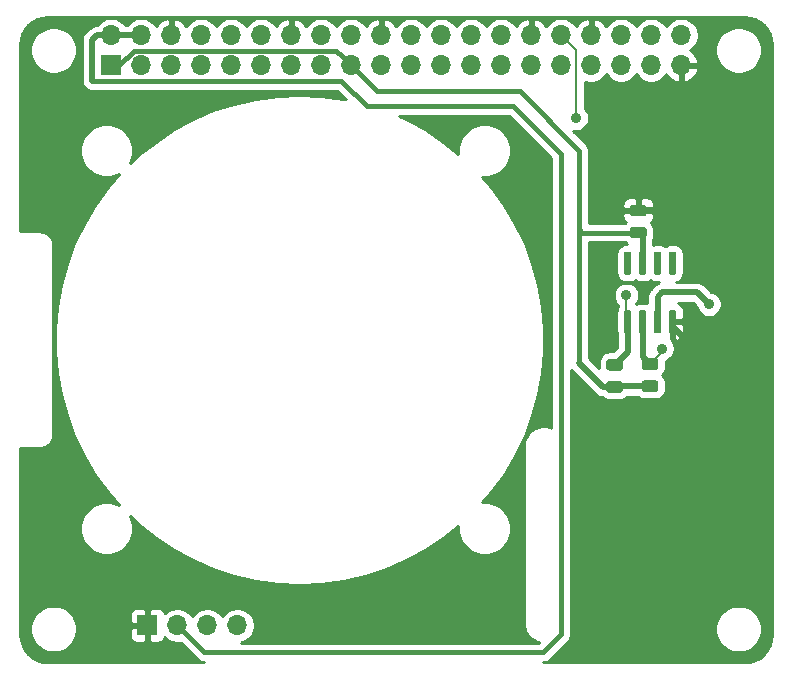
<source format=gbl>
G04 #@! TF.GenerationSoftware,KiCad,Pcbnew,(5.1.5)-3*
G04 #@! TF.CreationDate,2020-05-03T14:34:21+02:00*
G04 #@! TF.ProjectId,base_hat,62617365-5f68-4617-942e-6b696361645f,rev?*
G04 #@! TF.SameCoordinates,Original*
G04 #@! TF.FileFunction,Copper,L2,Bot*
G04 #@! TF.FilePolarity,Positive*
%FSLAX46Y46*%
G04 Gerber Fmt 4.6, Leading zero omitted, Abs format (unit mm)*
G04 Created by KiCad (PCBNEW (5.1.5)-3) date 2020-05-03 14:34:21*
%MOMM*%
%LPD*%
G04 APERTURE LIST*
%ADD10O,1.700000X1.700000*%
%ADD11R,1.700000X1.700000*%
%ADD12C,0.150000*%
%ADD13C,0.900000*%
%ADD14C,0.500000*%
%ADD15C,0.400000*%
%ADD16C,0.200000*%
%ADD17C,0.254000*%
G04 APERTURE END LIST*
D10*
X219050000Y-146190000D03*
X216510000Y-146190000D03*
X213970000Y-146190000D03*
D11*
X211430000Y-146190000D03*
G04 #@! TA.AperFunction,SMDPad,CuDef*
D12*
G36*
X252259703Y-119500722D02*
G01*
X252274264Y-119502882D01*
X252288543Y-119506459D01*
X252302403Y-119511418D01*
X252315710Y-119517712D01*
X252328336Y-119525280D01*
X252340159Y-119534048D01*
X252351066Y-119543934D01*
X252360952Y-119554841D01*
X252369720Y-119566664D01*
X252377288Y-119579290D01*
X252383582Y-119592597D01*
X252388541Y-119606457D01*
X252392118Y-119620736D01*
X252394278Y-119635297D01*
X252395000Y-119650000D01*
X252395000Y-121300000D01*
X252394278Y-121314703D01*
X252392118Y-121329264D01*
X252388541Y-121343543D01*
X252383582Y-121357403D01*
X252377288Y-121370710D01*
X252369720Y-121383336D01*
X252360952Y-121395159D01*
X252351066Y-121406066D01*
X252340159Y-121415952D01*
X252328336Y-121424720D01*
X252315710Y-121432288D01*
X252302403Y-121438582D01*
X252288543Y-121443541D01*
X252274264Y-121447118D01*
X252259703Y-121449278D01*
X252245000Y-121450000D01*
X251945000Y-121450000D01*
X251930297Y-121449278D01*
X251915736Y-121447118D01*
X251901457Y-121443541D01*
X251887597Y-121438582D01*
X251874290Y-121432288D01*
X251861664Y-121424720D01*
X251849841Y-121415952D01*
X251838934Y-121406066D01*
X251829048Y-121395159D01*
X251820280Y-121383336D01*
X251812712Y-121370710D01*
X251806418Y-121357403D01*
X251801459Y-121343543D01*
X251797882Y-121329264D01*
X251795722Y-121314703D01*
X251795000Y-121300000D01*
X251795000Y-119650000D01*
X251795722Y-119635297D01*
X251797882Y-119620736D01*
X251801459Y-119606457D01*
X251806418Y-119592597D01*
X251812712Y-119579290D01*
X251820280Y-119566664D01*
X251829048Y-119554841D01*
X251838934Y-119543934D01*
X251849841Y-119534048D01*
X251861664Y-119525280D01*
X251874290Y-119517712D01*
X251887597Y-119511418D01*
X251901457Y-119506459D01*
X251915736Y-119502882D01*
X251930297Y-119500722D01*
X251945000Y-119500000D01*
X252245000Y-119500000D01*
X252259703Y-119500722D01*
G37*
G04 #@! TD.AperFunction*
G04 #@! TA.AperFunction,SMDPad,CuDef*
G36*
X253529703Y-119500722D02*
G01*
X253544264Y-119502882D01*
X253558543Y-119506459D01*
X253572403Y-119511418D01*
X253585710Y-119517712D01*
X253598336Y-119525280D01*
X253610159Y-119534048D01*
X253621066Y-119543934D01*
X253630952Y-119554841D01*
X253639720Y-119566664D01*
X253647288Y-119579290D01*
X253653582Y-119592597D01*
X253658541Y-119606457D01*
X253662118Y-119620736D01*
X253664278Y-119635297D01*
X253665000Y-119650000D01*
X253665000Y-121300000D01*
X253664278Y-121314703D01*
X253662118Y-121329264D01*
X253658541Y-121343543D01*
X253653582Y-121357403D01*
X253647288Y-121370710D01*
X253639720Y-121383336D01*
X253630952Y-121395159D01*
X253621066Y-121406066D01*
X253610159Y-121415952D01*
X253598336Y-121424720D01*
X253585710Y-121432288D01*
X253572403Y-121438582D01*
X253558543Y-121443541D01*
X253544264Y-121447118D01*
X253529703Y-121449278D01*
X253515000Y-121450000D01*
X253215000Y-121450000D01*
X253200297Y-121449278D01*
X253185736Y-121447118D01*
X253171457Y-121443541D01*
X253157597Y-121438582D01*
X253144290Y-121432288D01*
X253131664Y-121424720D01*
X253119841Y-121415952D01*
X253108934Y-121406066D01*
X253099048Y-121395159D01*
X253090280Y-121383336D01*
X253082712Y-121370710D01*
X253076418Y-121357403D01*
X253071459Y-121343543D01*
X253067882Y-121329264D01*
X253065722Y-121314703D01*
X253065000Y-121300000D01*
X253065000Y-119650000D01*
X253065722Y-119635297D01*
X253067882Y-119620736D01*
X253071459Y-119606457D01*
X253076418Y-119592597D01*
X253082712Y-119579290D01*
X253090280Y-119566664D01*
X253099048Y-119554841D01*
X253108934Y-119543934D01*
X253119841Y-119534048D01*
X253131664Y-119525280D01*
X253144290Y-119517712D01*
X253157597Y-119511418D01*
X253171457Y-119506459D01*
X253185736Y-119502882D01*
X253200297Y-119500722D01*
X253215000Y-119500000D01*
X253515000Y-119500000D01*
X253529703Y-119500722D01*
G37*
G04 #@! TD.AperFunction*
G04 #@! TA.AperFunction,SMDPad,CuDef*
G36*
X254799703Y-119500722D02*
G01*
X254814264Y-119502882D01*
X254828543Y-119506459D01*
X254842403Y-119511418D01*
X254855710Y-119517712D01*
X254868336Y-119525280D01*
X254880159Y-119534048D01*
X254891066Y-119543934D01*
X254900952Y-119554841D01*
X254909720Y-119566664D01*
X254917288Y-119579290D01*
X254923582Y-119592597D01*
X254928541Y-119606457D01*
X254932118Y-119620736D01*
X254934278Y-119635297D01*
X254935000Y-119650000D01*
X254935000Y-121300000D01*
X254934278Y-121314703D01*
X254932118Y-121329264D01*
X254928541Y-121343543D01*
X254923582Y-121357403D01*
X254917288Y-121370710D01*
X254909720Y-121383336D01*
X254900952Y-121395159D01*
X254891066Y-121406066D01*
X254880159Y-121415952D01*
X254868336Y-121424720D01*
X254855710Y-121432288D01*
X254842403Y-121438582D01*
X254828543Y-121443541D01*
X254814264Y-121447118D01*
X254799703Y-121449278D01*
X254785000Y-121450000D01*
X254485000Y-121450000D01*
X254470297Y-121449278D01*
X254455736Y-121447118D01*
X254441457Y-121443541D01*
X254427597Y-121438582D01*
X254414290Y-121432288D01*
X254401664Y-121424720D01*
X254389841Y-121415952D01*
X254378934Y-121406066D01*
X254369048Y-121395159D01*
X254360280Y-121383336D01*
X254352712Y-121370710D01*
X254346418Y-121357403D01*
X254341459Y-121343543D01*
X254337882Y-121329264D01*
X254335722Y-121314703D01*
X254335000Y-121300000D01*
X254335000Y-119650000D01*
X254335722Y-119635297D01*
X254337882Y-119620736D01*
X254341459Y-119606457D01*
X254346418Y-119592597D01*
X254352712Y-119579290D01*
X254360280Y-119566664D01*
X254369048Y-119554841D01*
X254378934Y-119543934D01*
X254389841Y-119534048D01*
X254401664Y-119525280D01*
X254414290Y-119517712D01*
X254427597Y-119511418D01*
X254441457Y-119506459D01*
X254455736Y-119502882D01*
X254470297Y-119500722D01*
X254485000Y-119500000D01*
X254785000Y-119500000D01*
X254799703Y-119500722D01*
G37*
G04 #@! TD.AperFunction*
G04 #@! TA.AperFunction,SMDPad,CuDef*
G36*
X256069703Y-119500722D02*
G01*
X256084264Y-119502882D01*
X256098543Y-119506459D01*
X256112403Y-119511418D01*
X256125710Y-119517712D01*
X256138336Y-119525280D01*
X256150159Y-119534048D01*
X256161066Y-119543934D01*
X256170952Y-119554841D01*
X256179720Y-119566664D01*
X256187288Y-119579290D01*
X256193582Y-119592597D01*
X256198541Y-119606457D01*
X256202118Y-119620736D01*
X256204278Y-119635297D01*
X256205000Y-119650000D01*
X256205000Y-121300000D01*
X256204278Y-121314703D01*
X256202118Y-121329264D01*
X256198541Y-121343543D01*
X256193582Y-121357403D01*
X256187288Y-121370710D01*
X256179720Y-121383336D01*
X256170952Y-121395159D01*
X256161066Y-121406066D01*
X256150159Y-121415952D01*
X256138336Y-121424720D01*
X256125710Y-121432288D01*
X256112403Y-121438582D01*
X256098543Y-121443541D01*
X256084264Y-121447118D01*
X256069703Y-121449278D01*
X256055000Y-121450000D01*
X255755000Y-121450000D01*
X255740297Y-121449278D01*
X255725736Y-121447118D01*
X255711457Y-121443541D01*
X255697597Y-121438582D01*
X255684290Y-121432288D01*
X255671664Y-121424720D01*
X255659841Y-121415952D01*
X255648934Y-121406066D01*
X255639048Y-121395159D01*
X255630280Y-121383336D01*
X255622712Y-121370710D01*
X255616418Y-121357403D01*
X255611459Y-121343543D01*
X255607882Y-121329264D01*
X255605722Y-121314703D01*
X255605000Y-121300000D01*
X255605000Y-119650000D01*
X255605722Y-119635297D01*
X255607882Y-119620736D01*
X255611459Y-119606457D01*
X255616418Y-119592597D01*
X255622712Y-119579290D01*
X255630280Y-119566664D01*
X255639048Y-119554841D01*
X255648934Y-119543934D01*
X255659841Y-119534048D01*
X255671664Y-119525280D01*
X255684290Y-119517712D01*
X255697597Y-119511418D01*
X255711457Y-119506459D01*
X255725736Y-119502882D01*
X255740297Y-119500722D01*
X255755000Y-119500000D01*
X256055000Y-119500000D01*
X256069703Y-119500722D01*
G37*
G04 #@! TD.AperFunction*
G04 #@! TA.AperFunction,SMDPad,CuDef*
G36*
X256069703Y-114550722D02*
G01*
X256084264Y-114552882D01*
X256098543Y-114556459D01*
X256112403Y-114561418D01*
X256125710Y-114567712D01*
X256138336Y-114575280D01*
X256150159Y-114584048D01*
X256161066Y-114593934D01*
X256170952Y-114604841D01*
X256179720Y-114616664D01*
X256187288Y-114629290D01*
X256193582Y-114642597D01*
X256198541Y-114656457D01*
X256202118Y-114670736D01*
X256204278Y-114685297D01*
X256205000Y-114700000D01*
X256205000Y-116350000D01*
X256204278Y-116364703D01*
X256202118Y-116379264D01*
X256198541Y-116393543D01*
X256193582Y-116407403D01*
X256187288Y-116420710D01*
X256179720Y-116433336D01*
X256170952Y-116445159D01*
X256161066Y-116456066D01*
X256150159Y-116465952D01*
X256138336Y-116474720D01*
X256125710Y-116482288D01*
X256112403Y-116488582D01*
X256098543Y-116493541D01*
X256084264Y-116497118D01*
X256069703Y-116499278D01*
X256055000Y-116500000D01*
X255755000Y-116500000D01*
X255740297Y-116499278D01*
X255725736Y-116497118D01*
X255711457Y-116493541D01*
X255697597Y-116488582D01*
X255684290Y-116482288D01*
X255671664Y-116474720D01*
X255659841Y-116465952D01*
X255648934Y-116456066D01*
X255639048Y-116445159D01*
X255630280Y-116433336D01*
X255622712Y-116420710D01*
X255616418Y-116407403D01*
X255611459Y-116393543D01*
X255607882Y-116379264D01*
X255605722Y-116364703D01*
X255605000Y-116350000D01*
X255605000Y-114700000D01*
X255605722Y-114685297D01*
X255607882Y-114670736D01*
X255611459Y-114656457D01*
X255616418Y-114642597D01*
X255622712Y-114629290D01*
X255630280Y-114616664D01*
X255639048Y-114604841D01*
X255648934Y-114593934D01*
X255659841Y-114584048D01*
X255671664Y-114575280D01*
X255684290Y-114567712D01*
X255697597Y-114561418D01*
X255711457Y-114556459D01*
X255725736Y-114552882D01*
X255740297Y-114550722D01*
X255755000Y-114550000D01*
X256055000Y-114550000D01*
X256069703Y-114550722D01*
G37*
G04 #@! TD.AperFunction*
G04 #@! TA.AperFunction,SMDPad,CuDef*
G36*
X254799703Y-114550722D02*
G01*
X254814264Y-114552882D01*
X254828543Y-114556459D01*
X254842403Y-114561418D01*
X254855710Y-114567712D01*
X254868336Y-114575280D01*
X254880159Y-114584048D01*
X254891066Y-114593934D01*
X254900952Y-114604841D01*
X254909720Y-114616664D01*
X254917288Y-114629290D01*
X254923582Y-114642597D01*
X254928541Y-114656457D01*
X254932118Y-114670736D01*
X254934278Y-114685297D01*
X254935000Y-114700000D01*
X254935000Y-116350000D01*
X254934278Y-116364703D01*
X254932118Y-116379264D01*
X254928541Y-116393543D01*
X254923582Y-116407403D01*
X254917288Y-116420710D01*
X254909720Y-116433336D01*
X254900952Y-116445159D01*
X254891066Y-116456066D01*
X254880159Y-116465952D01*
X254868336Y-116474720D01*
X254855710Y-116482288D01*
X254842403Y-116488582D01*
X254828543Y-116493541D01*
X254814264Y-116497118D01*
X254799703Y-116499278D01*
X254785000Y-116500000D01*
X254485000Y-116500000D01*
X254470297Y-116499278D01*
X254455736Y-116497118D01*
X254441457Y-116493541D01*
X254427597Y-116488582D01*
X254414290Y-116482288D01*
X254401664Y-116474720D01*
X254389841Y-116465952D01*
X254378934Y-116456066D01*
X254369048Y-116445159D01*
X254360280Y-116433336D01*
X254352712Y-116420710D01*
X254346418Y-116407403D01*
X254341459Y-116393543D01*
X254337882Y-116379264D01*
X254335722Y-116364703D01*
X254335000Y-116350000D01*
X254335000Y-114700000D01*
X254335722Y-114685297D01*
X254337882Y-114670736D01*
X254341459Y-114656457D01*
X254346418Y-114642597D01*
X254352712Y-114629290D01*
X254360280Y-114616664D01*
X254369048Y-114604841D01*
X254378934Y-114593934D01*
X254389841Y-114584048D01*
X254401664Y-114575280D01*
X254414290Y-114567712D01*
X254427597Y-114561418D01*
X254441457Y-114556459D01*
X254455736Y-114552882D01*
X254470297Y-114550722D01*
X254485000Y-114550000D01*
X254785000Y-114550000D01*
X254799703Y-114550722D01*
G37*
G04 #@! TD.AperFunction*
G04 #@! TA.AperFunction,SMDPad,CuDef*
G36*
X253529703Y-114550722D02*
G01*
X253544264Y-114552882D01*
X253558543Y-114556459D01*
X253572403Y-114561418D01*
X253585710Y-114567712D01*
X253598336Y-114575280D01*
X253610159Y-114584048D01*
X253621066Y-114593934D01*
X253630952Y-114604841D01*
X253639720Y-114616664D01*
X253647288Y-114629290D01*
X253653582Y-114642597D01*
X253658541Y-114656457D01*
X253662118Y-114670736D01*
X253664278Y-114685297D01*
X253665000Y-114700000D01*
X253665000Y-116350000D01*
X253664278Y-116364703D01*
X253662118Y-116379264D01*
X253658541Y-116393543D01*
X253653582Y-116407403D01*
X253647288Y-116420710D01*
X253639720Y-116433336D01*
X253630952Y-116445159D01*
X253621066Y-116456066D01*
X253610159Y-116465952D01*
X253598336Y-116474720D01*
X253585710Y-116482288D01*
X253572403Y-116488582D01*
X253558543Y-116493541D01*
X253544264Y-116497118D01*
X253529703Y-116499278D01*
X253515000Y-116500000D01*
X253215000Y-116500000D01*
X253200297Y-116499278D01*
X253185736Y-116497118D01*
X253171457Y-116493541D01*
X253157597Y-116488582D01*
X253144290Y-116482288D01*
X253131664Y-116474720D01*
X253119841Y-116465952D01*
X253108934Y-116456066D01*
X253099048Y-116445159D01*
X253090280Y-116433336D01*
X253082712Y-116420710D01*
X253076418Y-116407403D01*
X253071459Y-116393543D01*
X253067882Y-116379264D01*
X253065722Y-116364703D01*
X253065000Y-116350000D01*
X253065000Y-114700000D01*
X253065722Y-114685297D01*
X253067882Y-114670736D01*
X253071459Y-114656457D01*
X253076418Y-114642597D01*
X253082712Y-114629290D01*
X253090280Y-114616664D01*
X253099048Y-114604841D01*
X253108934Y-114593934D01*
X253119841Y-114584048D01*
X253131664Y-114575280D01*
X253144290Y-114567712D01*
X253157597Y-114561418D01*
X253171457Y-114556459D01*
X253185736Y-114552882D01*
X253200297Y-114550722D01*
X253215000Y-114550000D01*
X253515000Y-114550000D01*
X253529703Y-114550722D01*
G37*
G04 #@! TD.AperFunction*
G04 #@! TA.AperFunction,SMDPad,CuDef*
G36*
X252259703Y-114550722D02*
G01*
X252274264Y-114552882D01*
X252288543Y-114556459D01*
X252302403Y-114561418D01*
X252315710Y-114567712D01*
X252328336Y-114575280D01*
X252340159Y-114584048D01*
X252351066Y-114593934D01*
X252360952Y-114604841D01*
X252369720Y-114616664D01*
X252377288Y-114629290D01*
X252383582Y-114642597D01*
X252388541Y-114656457D01*
X252392118Y-114670736D01*
X252394278Y-114685297D01*
X252395000Y-114700000D01*
X252395000Y-116350000D01*
X252394278Y-116364703D01*
X252392118Y-116379264D01*
X252388541Y-116393543D01*
X252383582Y-116407403D01*
X252377288Y-116420710D01*
X252369720Y-116433336D01*
X252360952Y-116445159D01*
X252351066Y-116456066D01*
X252340159Y-116465952D01*
X252328336Y-116474720D01*
X252315710Y-116482288D01*
X252302403Y-116488582D01*
X252288543Y-116493541D01*
X252274264Y-116497118D01*
X252259703Y-116499278D01*
X252245000Y-116500000D01*
X251945000Y-116500000D01*
X251930297Y-116499278D01*
X251915736Y-116497118D01*
X251901457Y-116493541D01*
X251887597Y-116488582D01*
X251874290Y-116482288D01*
X251861664Y-116474720D01*
X251849841Y-116465952D01*
X251838934Y-116456066D01*
X251829048Y-116445159D01*
X251820280Y-116433336D01*
X251812712Y-116420710D01*
X251806418Y-116407403D01*
X251801459Y-116393543D01*
X251797882Y-116379264D01*
X251795722Y-116364703D01*
X251795000Y-116350000D01*
X251795000Y-114700000D01*
X251795722Y-114685297D01*
X251797882Y-114670736D01*
X251801459Y-114656457D01*
X251806418Y-114642597D01*
X251812712Y-114629290D01*
X251820280Y-114616664D01*
X251829048Y-114604841D01*
X251838934Y-114593934D01*
X251849841Y-114584048D01*
X251861664Y-114575280D01*
X251874290Y-114567712D01*
X251887597Y-114561418D01*
X251901457Y-114556459D01*
X251915736Y-114552882D01*
X251930297Y-114550722D01*
X251945000Y-114550000D01*
X252245000Y-114550000D01*
X252259703Y-114550722D01*
G37*
G04 #@! TD.AperFunction*
G04 #@! TA.AperFunction,SMDPad,CuDef*
G36*
X251480142Y-123638674D02*
G01*
X251503803Y-123642184D01*
X251527007Y-123647996D01*
X251549529Y-123656054D01*
X251571153Y-123666282D01*
X251591670Y-123678579D01*
X251610883Y-123692829D01*
X251628607Y-123708893D01*
X251644671Y-123726617D01*
X251658921Y-123745830D01*
X251671218Y-123766347D01*
X251681446Y-123787971D01*
X251689504Y-123810493D01*
X251695316Y-123833697D01*
X251698826Y-123857358D01*
X251700000Y-123881250D01*
X251700000Y-124368750D01*
X251698826Y-124392642D01*
X251695316Y-124416303D01*
X251689504Y-124439507D01*
X251681446Y-124462029D01*
X251671218Y-124483653D01*
X251658921Y-124504170D01*
X251644671Y-124523383D01*
X251628607Y-124541107D01*
X251610883Y-124557171D01*
X251591670Y-124571421D01*
X251571153Y-124583718D01*
X251549529Y-124593946D01*
X251527007Y-124602004D01*
X251503803Y-124607816D01*
X251480142Y-124611326D01*
X251456250Y-124612500D01*
X250543750Y-124612500D01*
X250519858Y-124611326D01*
X250496197Y-124607816D01*
X250472993Y-124602004D01*
X250450471Y-124593946D01*
X250428847Y-124583718D01*
X250408330Y-124571421D01*
X250389117Y-124557171D01*
X250371393Y-124541107D01*
X250355329Y-124523383D01*
X250341079Y-124504170D01*
X250328782Y-124483653D01*
X250318554Y-124462029D01*
X250310496Y-124439507D01*
X250304684Y-124416303D01*
X250301174Y-124392642D01*
X250300000Y-124368750D01*
X250300000Y-123881250D01*
X250301174Y-123857358D01*
X250304684Y-123833697D01*
X250310496Y-123810493D01*
X250318554Y-123787971D01*
X250328782Y-123766347D01*
X250341079Y-123745830D01*
X250355329Y-123726617D01*
X250371393Y-123708893D01*
X250389117Y-123692829D01*
X250408330Y-123678579D01*
X250428847Y-123666282D01*
X250450471Y-123656054D01*
X250472993Y-123647996D01*
X250496197Y-123642184D01*
X250519858Y-123638674D01*
X250543750Y-123637500D01*
X251456250Y-123637500D01*
X251480142Y-123638674D01*
G37*
G04 #@! TD.AperFunction*
G04 #@! TA.AperFunction,SMDPad,CuDef*
G36*
X251480142Y-125513674D02*
G01*
X251503803Y-125517184D01*
X251527007Y-125522996D01*
X251549529Y-125531054D01*
X251571153Y-125541282D01*
X251591670Y-125553579D01*
X251610883Y-125567829D01*
X251628607Y-125583893D01*
X251644671Y-125601617D01*
X251658921Y-125620830D01*
X251671218Y-125641347D01*
X251681446Y-125662971D01*
X251689504Y-125685493D01*
X251695316Y-125708697D01*
X251698826Y-125732358D01*
X251700000Y-125756250D01*
X251700000Y-126243750D01*
X251698826Y-126267642D01*
X251695316Y-126291303D01*
X251689504Y-126314507D01*
X251681446Y-126337029D01*
X251671218Y-126358653D01*
X251658921Y-126379170D01*
X251644671Y-126398383D01*
X251628607Y-126416107D01*
X251610883Y-126432171D01*
X251591670Y-126446421D01*
X251571153Y-126458718D01*
X251549529Y-126468946D01*
X251527007Y-126477004D01*
X251503803Y-126482816D01*
X251480142Y-126486326D01*
X251456250Y-126487500D01*
X250543750Y-126487500D01*
X250519858Y-126486326D01*
X250496197Y-126482816D01*
X250472993Y-126477004D01*
X250450471Y-126468946D01*
X250428847Y-126458718D01*
X250408330Y-126446421D01*
X250389117Y-126432171D01*
X250371393Y-126416107D01*
X250355329Y-126398383D01*
X250341079Y-126379170D01*
X250328782Y-126358653D01*
X250318554Y-126337029D01*
X250310496Y-126314507D01*
X250304684Y-126291303D01*
X250301174Y-126267642D01*
X250300000Y-126243750D01*
X250300000Y-125756250D01*
X250301174Y-125732358D01*
X250304684Y-125708697D01*
X250310496Y-125685493D01*
X250318554Y-125662971D01*
X250328782Y-125641347D01*
X250341079Y-125620830D01*
X250355329Y-125601617D01*
X250371393Y-125583893D01*
X250389117Y-125567829D01*
X250408330Y-125553579D01*
X250428847Y-125541282D01*
X250450471Y-125531054D01*
X250472993Y-125522996D01*
X250496197Y-125517184D01*
X250519858Y-125513674D01*
X250543750Y-125512500D01*
X251456250Y-125512500D01*
X251480142Y-125513674D01*
G37*
G04 #@! TD.AperFunction*
G04 #@! TA.AperFunction,SMDPad,CuDef*
G36*
X254480142Y-123576174D02*
G01*
X254503803Y-123579684D01*
X254527007Y-123585496D01*
X254549529Y-123593554D01*
X254571153Y-123603782D01*
X254591670Y-123616079D01*
X254610883Y-123630329D01*
X254628607Y-123646393D01*
X254644671Y-123664117D01*
X254658921Y-123683330D01*
X254671218Y-123703847D01*
X254681446Y-123725471D01*
X254689504Y-123747993D01*
X254695316Y-123771197D01*
X254698826Y-123794858D01*
X254700000Y-123818750D01*
X254700000Y-124306250D01*
X254698826Y-124330142D01*
X254695316Y-124353803D01*
X254689504Y-124377007D01*
X254681446Y-124399529D01*
X254671218Y-124421153D01*
X254658921Y-124441670D01*
X254644671Y-124460883D01*
X254628607Y-124478607D01*
X254610883Y-124494671D01*
X254591670Y-124508921D01*
X254571153Y-124521218D01*
X254549529Y-124531446D01*
X254527007Y-124539504D01*
X254503803Y-124545316D01*
X254480142Y-124548826D01*
X254456250Y-124550000D01*
X253543750Y-124550000D01*
X253519858Y-124548826D01*
X253496197Y-124545316D01*
X253472993Y-124539504D01*
X253450471Y-124531446D01*
X253428847Y-124521218D01*
X253408330Y-124508921D01*
X253389117Y-124494671D01*
X253371393Y-124478607D01*
X253355329Y-124460883D01*
X253341079Y-124441670D01*
X253328782Y-124421153D01*
X253318554Y-124399529D01*
X253310496Y-124377007D01*
X253304684Y-124353803D01*
X253301174Y-124330142D01*
X253300000Y-124306250D01*
X253300000Y-123818750D01*
X253301174Y-123794858D01*
X253304684Y-123771197D01*
X253310496Y-123747993D01*
X253318554Y-123725471D01*
X253328782Y-123703847D01*
X253341079Y-123683330D01*
X253355329Y-123664117D01*
X253371393Y-123646393D01*
X253389117Y-123630329D01*
X253408330Y-123616079D01*
X253428847Y-123603782D01*
X253450471Y-123593554D01*
X253472993Y-123585496D01*
X253496197Y-123579684D01*
X253519858Y-123576174D01*
X253543750Y-123575000D01*
X254456250Y-123575000D01*
X254480142Y-123576174D01*
G37*
G04 #@! TD.AperFunction*
G04 #@! TA.AperFunction,SMDPad,CuDef*
G36*
X254480142Y-125451174D02*
G01*
X254503803Y-125454684D01*
X254527007Y-125460496D01*
X254549529Y-125468554D01*
X254571153Y-125478782D01*
X254591670Y-125491079D01*
X254610883Y-125505329D01*
X254628607Y-125521393D01*
X254644671Y-125539117D01*
X254658921Y-125558330D01*
X254671218Y-125578847D01*
X254681446Y-125600471D01*
X254689504Y-125622993D01*
X254695316Y-125646197D01*
X254698826Y-125669858D01*
X254700000Y-125693750D01*
X254700000Y-126181250D01*
X254698826Y-126205142D01*
X254695316Y-126228803D01*
X254689504Y-126252007D01*
X254681446Y-126274529D01*
X254671218Y-126296153D01*
X254658921Y-126316670D01*
X254644671Y-126335883D01*
X254628607Y-126353607D01*
X254610883Y-126369671D01*
X254591670Y-126383921D01*
X254571153Y-126396218D01*
X254549529Y-126406446D01*
X254527007Y-126414504D01*
X254503803Y-126420316D01*
X254480142Y-126423826D01*
X254456250Y-126425000D01*
X253543750Y-126425000D01*
X253519858Y-126423826D01*
X253496197Y-126420316D01*
X253472993Y-126414504D01*
X253450471Y-126406446D01*
X253428847Y-126396218D01*
X253408330Y-126383921D01*
X253389117Y-126369671D01*
X253371393Y-126353607D01*
X253355329Y-126335883D01*
X253341079Y-126316670D01*
X253328782Y-126296153D01*
X253318554Y-126274529D01*
X253310496Y-126252007D01*
X253304684Y-126228803D01*
X253301174Y-126205142D01*
X253300000Y-126181250D01*
X253300000Y-125693750D01*
X253301174Y-125669858D01*
X253304684Y-125646197D01*
X253310496Y-125622993D01*
X253318554Y-125600471D01*
X253328782Y-125578847D01*
X253341079Y-125558330D01*
X253355329Y-125539117D01*
X253371393Y-125521393D01*
X253389117Y-125505329D01*
X253408330Y-125491079D01*
X253428847Y-125478782D01*
X253450471Y-125468554D01*
X253472993Y-125460496D01*
X253496197Y-125454684D01*
X253519858Y-125451174D01*
X253543750Y-125450000D01*
X254456250Y-125450000D01*
X254480142Y-125451174D01*
G37*
G04 #@! TD.AperFunction*
G04 #@! TA.AperFunction,SMDPad,CuDef*
G36*
X253480142Y-112451174D02*
G01*
X253503803Y-112454684D01*
X253527007Y-112460496D01*
X253549529Y-112468554D01*
X253571153Y-112478782D01*
X253591670Y-112491079D01*
X253610883Y-112505329D01*
X253628607Y-112521393D01*
X253644671Y-112539117D01*
X253658921Y-112558330D01*
X253671218Y-112578847D01*
X253681446Y-112600471D01*
X253689504Y-112622993D01*
X253695316Y-112646197D01*
X253698826Y-112669858D01*
X253700000Y-112693750D01*
X253700000Y-113181250D01*
X253698826Y-113205142D01*
X253695316Y-113228803D01*
X253689504Y-113252007D01*
X253681446Y-113274529D01*
X253671218Y-113296153D01*
X253658921Y-113316670D01*
X253644671Y-113335883D01*
X253628607Y-113353607D01*
X253610883Y-113369671D01*
X253591670Y-113383921D01*
X253571153Y-113396218D01*
X253549529Y-113406446D01*
X253527007Y-113414504D01*
X253503803Y-113420316D01*
X253480142Y-113423826D01*
X253456250Y-113425000D01*
X252543750Y-113425000D01*
X252519858Y-113423826D01*
X252496197Y-113420316D01*
X252472993Y-113414504D01*
X252450471Y-113406446D01*
X252428847Y-113396218D01*
X252408330Y-113383921D01*
X252389117Y-113369671D01*
X252371393Y-113353607D01*
X252355329Y-113335883D01*
X252341079Y-113316670D01*
X252328782Y-113296153D01*
X252318554Y-113274529D01*
X252310496Y-113252007D01*
X252304684Y-113228803D01*
X252301174Y-113205142D01*
X252300000Y-113181250D01*
X252300000Y-112693750D01*
X252301174Y-112669858D01*
X252304684Y-112646197D01*
X252310496Y-112622993D01*
X252318554Y-112600471D01*
X252328782Y-112578847D01*
X252341079Y-112558330D01*
X252355329Y-112539117D01*
X252371393Y-112521393D01*
X252389117Y-112505329D01*
X252408330Y-112491079D01*
X252428847Y-112478782D01*
X252450471Y-112468554D01*
X252472993Y-112460496D01*
X252496197Y-112454684D01*
X252519858Y-112451174D01*
X252543750Y-112450000D01*
X253456250Y-112450000D01*
X253480142Y-112451174D01*
G37*
G04 #@! TD.AperFunction*
G04 #@! TA.AperFunction,SMDPad,CuDef*
G36*
X253480142Y-110576174D02*
G01*
X253503803Y-110579684D01*
X253527007Y-110585496D01*
X253549529Y-110593554D01*
X253571153Y-110603782D01*
X253591670Y-110616079D01*
X253610883Y-110630329D01*
X253628607Y-110646393D01*
X253644671Y-110664117D01*
X253658921Y-110683330D01*
X253671218Y-110703847D01*
X253681446Y-110725471D01*
X253689504Y-110747993D01*
X253695316Y-110771197D01*
X253698826Y-110794858D01*
X253700000Y-110818750D01*
X253700000Y-111306250D01*
X253698826Y-111330142D01*
X253695316Y-111353803D01*
X253689504Y-111377007D01*
X253681446Y-111399529D01*
X253671218Y-111421153D01*
X253658921Y-111441670D01*
X253644671Y-111460883D01*
X253628607Y-111478607D01*
X253610883Y-111494671D01*
X253591670Y-111508921D01*
X253571153Y-111521218D01*
X253549529Y-111531446D01*
X253527007Y-111539504D01*
X253503803Y-111545316D01*
X253480142Y-111548826D01*
X253456250Y-111550000D01*
X252543750Y-111550000D01*
X252519858Y-111548826D01*
X252496197Y-111545316D01*
X252472993Y-111539504D01*
X252450471Y-111531446D01*
X252428847Y-111521218D01*
X252408330Y-111508921D01*
X252389117Y-111494671D01*
X252371393Y-111478607D01*
X252355329Y-111460883D01*
X252341079Y-111441670D01*
X252328782Y-111421153D01*
X252318554Y-111399529D01*
X252310496Y-111377007D01*
X252304684Y-111353803D01*
X252301174Y-111330142D01*
X252300000Y-111306250D01*
X252300000Y-110818750D01*
X252301174Y-110794858D01*
X252304684Y-110771197D01*
X252310496Y-110747993D01*
X252318554Y-110725471D01*
X252328782Y-110703847D01*
X252341079Y-110683330D01*
X252355329Y-110664117D01*
X252371393Y-110646393D01*
X252389117Y-110630329D01*
X252408330Y-110616079D01*
X252428847Y-110603782D01*
X252450471Y-110593554D01*
X252472993Y-110585496D01*
X252496197Y-110579684D01*
X252519858Y-110576174D01*
X252543750Y-110575000D01*
X253456250Y-110575000D01*
X253480142Y-110576174D01*
G37*
G04 #@! TD.AperFunction*
D11*
X208370000Y-98770000D03*
D10*
X208370000Y-96230000D03*
X210910000Y-98770000D03*
X210910000Y-96230000D03*
X213450000Y-98770000D03*
X213450000Y-96230000D03*
X215990000Y-98770000D03*
X215990000Y-96230000D03*
X218530000Y-98770000D03*
X218530000Y-96230000D03*
X221070000Y-98770000D03*
X221070000Y-96230000D03*
X223610000Y-98770000D03*
X223610000Y-96230000D03*
X226150000Y-98770000D03*
X226150000Y-96230000D03*
X228690000Y-98770000D03*
X228690000Y-96230000D03*
X231230000Y-98770000D03*
X231230000Y-96230000D03*
X233770000Y-98770000D03*
X233770000Y-96230000D03*
X236310000Y-98770000D03*
X236310000Y-96230000D03*
X238850000Y-98770000D03*
X238850000Y-96230000D03*
X241390000Y-98770000D03*
X241390000Y-96230000D03*
X243930000Y-98770000D03*
X243930000Y-96230000D03*
X246470000Y-98770000D03*
X246470000Y-96230000D03*
X249010000Y-98770000D03*
X249010000Y-96230000D03*
X251550000Y-98770000D03*
X251550000Y-96230000D03*
X254090000Y-98770000D03*
X254090000Y-96230000D03*
X256630000Y-98770000D03*
X256630000Y-96230000D03*
D13*
X249530000Y-115710000D03*
X257000000Y-122000000D03*
X258000000Y-109000000D03*
X247750000Y-103250000D03*
X259000000Y-119000000D03*
X252000000Y-118250000D03*
X255000000Y-122750000D03*
D14*
X253365000Y-113302500D02*
X253000000Y-112937500D01*
X253365000Y-115525000D02*
X253365000Y-113302500D01*
X251062500Y-125937500D02*
X251000000Y-126000000D01*
X254000000Y-125937500D02*
X251062500Y-125937500D01*
X251000000Y-126000000D02*
X250000000Y-126000000D01*
X250000000Y-126000000D02*
X248000000Y-124000000D01*
D15*
X227439999Y-97519999D02*
X227840001Y-97920001D01*
X227840001Y-97920001D02*
X228690000Y-98770000D01*
X210309999Y-97519999D02*
X227439999Y-97519999D01*
X209059998Y-98770000D02*
X210309999Y-97519999D01*
X208370000Y-98770000D02*
X209059998Y-98770000D01*
X228690000Y-98770000D02*
X230898000Y-100978000D01*
X230898000Y-100978000D02*
X231750000Y-100978000D01*
X230898000Y-100978000D02*
X242978000Y-100978000D01*
X242978000Y-100978000D02*
X248000000Y-106000000D01*
X248000000Y-106000000D02*
X248000000Y-107937500D01*
X248000000Y-112668000D02*
X248269500Y-112937500D01*
X248269500Y-112937500D02*
X253000000Y-112937500D01*
X248000000Y-112668000D02*
X248000000Y-124000000D01*
X248000000Y-107937500D02*
X248000000Y-112668000D01*
D14*
X210910000Y-96230000D02*
X208370000Y-96230000D01*
X207167919Y-96230000D02*
X206750000Y-96647919D01*
X208370000Y-96230000D02*
X207167919Y-96230000D01*
D15*
X227868667Y-100070000D02*
X230046667Y-102248000D01*
X230046667Y-102248000D02*
X230226000Y-102248000D01*
X206750000Y-100070000D02*
X227868667Y-100070000D01*
D14*
X206750000Y-96647919D02*
X206750000Y-100070000D01*
D15*
X216256000Y-148476000D02*
X213970000Y-146190000D01*
X246482000Y-106312000D02*
X246482000Y-146952000D01*
X230046667Y-102248000D02*
X242418000Y-102248000D01*
X242418000Y-102248000D02*
X246482000Y-106312000D01*
X246482000Y-146952000D02*
X244958000Y-148476000D01*
X244958000Y-148476000D02*
X216256000Y-148476000D01*
D14*
X253000000Y-111062500D02*
X255937500Y-111062500D01*
X255937500Y-111062500D02*
X258000000Y-109000000D01*
X258000000Y-109000000D02*
X258000000Y-109000000D01*
X255905000Y-120905000D02*
X257000000Y-122000000D01*
X255905000Y-120475000D02*
X255905000Y-120905000D01*
D16*
X247319999Y-97079999D02*
X247329999Y-97079999D01*
X246470000Y-96230000D02*
X247319999Y-97079999D01*
X247329999Y-97079999D02*
X247750000Y-97500000D01*
X247750000Y-97500000D02*
X247750000Y-101500000D01*
X247750000Y-101500000D02*
X247750000Y-103250000D01*
X247750000Y-103250000D02*
X247750000Y-103250000D01*
D14*
X254635000Y-120475000D02*
X254635000Y-118365000D01*
X254635000Y-118365000D02*
X255000000Y-118000000D01*
X255000000Y-118000000D02*
X258000000Y-118000000D01*
X258000000Y-118000000D02*
X259000000Y-119000000D01*
X252095000Y-123030000D02*
X251000000Y-124125000D01*
X252095000Y-120475000D02*
X252095000Y-123030000D01*
D16*
X252000000Y-120380000D02*
X252095000Y-120475000D01*
X252000000Y-118250000D02*
X252000000Y-120380000D01*
D14*
X253365000Y-123427500D02*
X254000000Y-124062500D01*
X253365000Y-120475000D02*
X253365000Y-123427500D01*
D16*
X255000000Y-123062500D02*
X254000000Y-124062500D01*
X255000000Y-122750000D02*
X255000000Y-123062500D01*
D17*
G36*
X262449016Y-94732312D02*
G01*
X262880930Y-94862714D01*
X263279285Y-95074524D01*
X263628914Y-95359675D01*
X263916497Y-95707303D01*
X264131086Y-96104177D01*
X264264498Y-96535161D01*
X264315001Y-97015663D01*
X264315000Y-146966495D01*
X264267688Y-147449016D01*
X264137287Y-147880927D01*
X263925480Y-148279280D01*
X263640325Y-148628914D01*
X263292697Y-148916497D01*
X262895825Y-149131085D01*
X262464834Y-149264500D01*
X261984346Y-149315000D01*
X244958406Y-149315000D01*
X244999018Y-149311000D01*
X244999019Y-149311000D01*
X245121689Y-149298918D01*
X245279087Y-149251172D01*
X245424146Y-149173636D01*
X245551291Y-149069291D01*
X245577446Y-149037421D01*
X247043426Y-147571441D01*
X247075291Y-147545291D01*
X247179636Y-147418146D01*
X247257172Y-147273087D01*
X247304918Y-147115689D01*
X247317000Y-146993019D01*
X247317000Y-146993009D01*
X247321039Y-146952001D01*
X247317000Y-146910993D01*
X247317000Y-146304495D01*
X259515000Y-146304495D01*
X259515000Y-146695505D01*
X259591282Y-147079003D01*
X259740915Y-147440250D01*
X259958149Y-147765364D01*
X260234636Y-148041851D01*
X260559750Y-148259085D01*
X260920997Y-148408718D01*
X261304495Y-148485000D01*
X261695505Y-148485000D01*
X262079003Y-148408718D01*
X262440250Y-148259085D01*
X262765364Y-148041851D01*
X263041851Y-147765364D01*
X263259085Y-147440250D01*
X263408718Y-147079003D01*
X263485000Y-146695505D01*
X263485000Y-146304495D01*
X263408718Y-145920997D01*
X263259085Y-145559750D01*
X263041851Y-145234636D01*
X262765364Y-144958149D01*
X262440250Y-144740915D01*
X262079003Y-144591282D01*
X261695505Y-144515000D01*
X261304495Y-144515000D01*
X260920997Y-144591282D01*
X260559750Y-144740915D01*
X260234636Y-144958149D01*
X259958149Y-145234636D01*
X259740915Y-145559750D01*
X259591282Y-145920997D01*
X259515000Y-146304495D01*
X247317000Y-146304495D01*
X247317000Y-124562795D01*
X247343468Y-124595046D01*
X249343470Y-126595049D01*
X249371183Y-126628817D01*
X249404951Y-126656530D01*
X249404953Y-126656532D01*
X249429785Y-126676911D01*
X249505941Y-126739411D01*
X249659687Y-126821589D01*
X249826510Y-126872195D01*
X249939775Y-126883351D01*
X250053836Y-126976958D01*
X250206291Y-127058447D01*
X250371715Y-127108628D01*
X250543750Y-127125572D01*
X251456250Y-127125572D01*
X251628285Y-127108628D01*
X251793709Y-127058447D01*
X251946164Y-126976958D01*
X252079792Y-126867292D01*
X252116552Y-126822500D01*
X252941785Y-126822500D01*
X253053836Y-126914458D01*
X253206291Y-126995947D01*
X253371715Y-127046128D01*
X253543750Y-127063072D01*
X254456250Y-127063072D01*
X254628285Y-127046128D01*
X254793709Y-126995947D01*
X254946164Y-126914458D01*
X255079792Y-126804792D01*
X255189458Y-126671164D01*
X255270947Y-126518709D01*
X255321128Y-126353285D01*
X255338072Y-126181250D01*
X255338072Y-125693750D01*
X255321128Y-125521715D01*
X255270947Y-125356291D01*
X255189458Y-125203836D01*
X255079792Y-125070208D01*
X254994244Y-125000000D01*
X255079792Y-124929792D01*
X255189458Y-124796164D01*
X255270947Y-124643709D01*
X255321128Y-124478285D01*
X255338072Y-124306250D01*
X255338072Y-123818750D01*
X255334818Y-123785710D01*
X255513940Y-123711515D01*
X255691647Y-123592775D01*
X255842775Y-123441647D01*
X255961515Y-123263940D01*
X256043304Y-123066483D01*
X256085000Y-122856863D01*
X256085000Y-122643137D01*
X256043304Y-122433517D01*
X255961515Y-122236060D01*
X255842775Y-122058353D01*
X255744336Y-121959914D01*
X255778000Y-121926250D01*
X255778000Y-120602000D01*
X256032000Y-120602000D01*
X256032000Y-121926250D01*
X256190750Y-122085000D01*
X256205000Y-122088072D01*
X256329482Y-122075812D01*
X256449180Y-122039502D01*
X256559494Y-121980537D01*
X256656185Y-121901185D01*
X256735537Y-121804494D01*
X256794502Y-121694180D01*
X256830812Y-121574482D01*
X256843072Y-121450000D01*
X256840000Y-120760750D01*
X256681250Y-120602000D01*
X256032000Y-120602000D01*
X255778000Y-120602000D01*
X255758000Y-120602000D01*
X255758000Y-120348000D01*
X255778000Y-120348000D01*
X255778000Y-120328000D01*
X256032000Y-120328000D01*
X256032000Y-120348000D01*
X256681250Y-120348000D01*
X256840000Y-120189250D01*
X256843072Y-119500000D01*
X256830812Y-119375518D01*
X256794502Y-119255820D01*
X256735537Y-119145506D01*
X256656185Y-119048815D01*
X256559494Y-118969463D01*
X256449180Y-118910498D01*
X256365124Y-118885000D01*
X257633422Y-118885000D01*
X257929828Y-119181406D01*
X257956696Y-119316483D01*
X258038485Y-119513940D01*
X258157225Y-119691647D01*
X258308353Y-119842775D01*
X258486060Y-119961515D01*
X258683517Y-120043304D01*
X258893137Y-120085000D01*
X259106863Y-120085000D01*
X259316483Y-120043304D01*
X259513940Y-119961515D01*
X259691647Y-119842775D01*
X259842775Y-119691647D01*
X259961515Y-119513940D01*
X260043304Y-119316483D01*
X260085000Y-119106863D01*
X260085000Y-118893137D01*
X260043304Y-118683517D01*
X259961515Y-118486060D01*
X259842775Y-118308353D01*
X259691647Y-118157225D01*
X259513940Y-118038485D01*
X259316483Y-117956696D01*
X259181406Y-117929828D01*
X258656534Y-117404956D01*
X258628817Y-117371183D01*
X258494059Y-117260589D01*
X258340313Y-117178411D01*
X258173490Y-117127805D01*
X258043477Y-117115000D01*
X258043469Y-117115000D01*
X258000000Y-117110719D01*
X257956531Y-117115000D01*
X256234884Y-117115000D01*
X256356582Y-117078084D01*
X256492829Y-117005258D01*
X256612251Y-116907251D01*
X256710258Y-116787829D01*
X256783084Y-116651582D01*
X256827929Y-116503745D01*
X256843072Y-116350000D01*
X256843072Y-114700000D01*
X256827929Y-114546255D01*
X256783084Y-114398418D01*
X256710258Y-114262171D01*
X256612251Y-114142749D01*
X256492829Y-114044742D01*
X256356582Y-113971916D01*
X256208745Y-113927071D01*
X256055000Y-113911928D01*
X255755000Y-113911928D01*
X255601255Y-113927071D01*
X255453418Y-113971916D01*
X255317171Y-114044742D01*
X255270000Y-114083454D01*
X255222829Y-114044742D01*
X255086582Y-113971916D01*
X254938745Y-113927071D01*
X254785000Y-113911928D01*
X254485000Y-113911928D01*
X254331255Y-113927071D01*
X254250000Y-113951719D01*
X254250000Y-113557898D01*
X254270947Y-113518709D01*
X254321128Y-113353285D01*
X254338072Y-113181250D01*
X254338072Y-112693750D01*
X254321128Y-112521715D01*
X254270947Y-112356291D01*
X254189458Y-112203836D01*
X254079792Y-112070208D01*
X254073436Y-112064992D01*
X254151185Y-112001185D01*
X254230537Y-111904494D01*
X254289502Y-111794180D01*
X254325812Y-111674482D01*
X254338072Y-111550000D01*
X254335000Y-111348250D01*
X254176250Y-111189500D01*
X253127000Y-111189500D01*
X253127000Y-111209500D01*
X252873000Y-111209500D01*
X252873000Y-111189500D01*
X251823750Y-111189500D01*
X251665000Y-111348250D01*
X251661928Y-111550000D01*
X251674188Y-111674482D01*
X251710498Y-111794180D01*
X251769463Y-111904494D01*
X251848815Y-112001185D01*
X251926564Y-112064992D01*
X251920208Y-112070208D01*
X251893707Y-112102500D01*
X248835000Y-112102500D01*
X248835000Y-110575000D01*
X251661928Y-110575000D01*
X251665000Y-110776750D01*
X251823750Y-110935500D01*
X252873000Y-110935500D01*
X252873000Y-110098750D01*
X253127000Y-110098750D01*
X253127000Y-110935500D01*
X254176250Y-110935500D01*
X254335000Y-110776750D01*
X254338072Y-110575000D01*
X254325812Y-110450518D01*
X254289502Y-110330820D01*
X254230537Y-110220506D01*
X254151185Y-110123815D01*
X254054494Y-110044463D01*
X253944180Y-109985498D01*
X253824482Y-109949188D01*
X253700000Y-109936928D01*
X253285750Y-109940000D01*
X253127000Y-110098750D01*
X252873000Y-110098750D01*
X252714250Y-109940000D01*
X252300000Y-109936928D01*
X252175518Y-109949188D01*
X252055820Y-109985498D01*
X251945506Y-110044463D01*
X251848815Y-110123815D01*
X251769463Y-110220506D01*
X251710498Y-110330820D01*
X251674188Y-110450518D01*
X251661928Y-110575000D01*
X248835000Y-110575000D01*
X248835000Y-106041018D01*
X248839040Y-106000000D01*
X248822918Y-105836312D01*
X248775172Y-105678913D01*
X248697636Y-105533854D01*
X248645251Y-105470023D01*
X248619439Y-105438570D01*
X248619437Y-105438568D01*
X248593291Y-105406709D01*
X248561433Y-105380564D01*
X247484267Y-104303399D01*
X247643137Y-104335000D01*
X247856863Y-104335000D01*
X248066483Y-104293304D01*
X248263940Y-104211515D01*
X248441647Y-104092775D01*
X248592775Y-103941647D01*
X248711515Y-103763940D01*
X248793304Y-103566483D01*
X248835000Y-103356863D01*
X248835000Y-103143137D01*
X248793304Y-102933517D01*
X248711515Y-102736060D01*
X248592775Y-102558353D01*
X248485000Y-102450578D01*
X248485000Y-100159890D01*
X248576842Y-100197932D01*
X248863740Y-100255000D01*
X249156260Y-100255000D01*
X249443158Y-100197932D01*
X249713411Y-100085990D01*
X249956632Y-99923475D01*
X250163475Y-99716632D01*
X250280000Y-99542240D01*
X250396525Y-99716632D01*
X250603368Y-99923475D01*
X250846589Y-100085990D01*
X251116842Y-100197932D01*
X251403740Y-100255000D01*
X251696260Y-100255000D01*
X251983158Y-100197932D01*
X252253411Y-100085990D01*
X252496632Y-99923475D01*
X252703475Y-99716632D01*
X252820000Y-99542240D01*
X252936525Y-99716632D01*
X253143368Y-99923475D01*
X253386589Y-100085990D01*
X253656842Y-100197932D01*
X253943740Y-100255000D01*
X254236260Y-100255000D01*
X254523158Y-100197932D01*
X254793411Y-100085990D01*
X255036632Y-99923475D01*
X255243475Y-99716632D01*
X255365195Y-99534466D01*
X255434822Y-99651355D01*
X255629731Y-99867588D01*
X255863080Y-100041641D01*
X256125901Y-100166825D01*
X256273110Y-100211476D01*
X256503000Y-100090155D01*
X256503000Y-98897000D01*
X256757000Y-98897000D01*
X256757000Y-100090155D01*
X256986890Y-100211476D01*
X257134099Y-100166825D01*
X257396920Y-100041641D01*
X257630269Y-99867588D01*
X257825178Y-99651355D01*
X257974157Y-99401252D01*
X258071481Y-99126891D01*
X257950814Y-98897000D01*
X256757000Y-98897000D01*
X256503000Y-98897000D01*
X256483000Y-98897000D01*
X256483000Y-98643000D01*
X256503000Y-98643000D01*
X256503000Y-98623000D01*
X256757000Y-98623000D01*
X256757000Y-98643000D01*
X257950814Y-98643000D01*
X258071481Y-98413109D01*
X257974157Y-98138748D01*
X257825178Y-97888645D01*
X257630269Y-97672412D01*
X257400594Y-97501100D01*
X257576632Y-97383475D01*
X257655612Y-97304495D01*
X259515000Y-97304495D01*
X259515000Y-97695505D01*
X259591282Y-98079003D01*
X259740915Y-98440250D01*
X259958149Y-98765364D01*
X260234636Y-99041851D01*
X260559750Y-99259085D01*
X260920997Y-99408718D01*
X261304495Y-99485000D01*
X261695505Y-99485000D01*
X262079003Y-99408718D01*
X262440250Y-99259085D01*
X262765364Y-99041851D01*
X263041851Y-98765364D01*
X263259085Y-98440250D01*
X263408718Y-98079003D01*
X263485000Y-97695505D01*
X263485000Y-97304495D01*
X263408718Y-96920997D01*
X263259085Y-96559750D01*
X263041851Y-96234636D01*
X262765364Y-95958149D01*
X262440250Y-95740915D01*
X262079003Y-95591282D01*
X261695505Y-95515000D01*
X261304495Y-95515000D01*
X260920997Y-95591282D01*
X260559750Y-95740915D01*
X260234636Y-95958149D01*
X259958149Y-96234636D01*
X259740915Y-96559750D01*
X259591282Y-96920997D01*
X259515000Y-97304495D01*
X257655612Y-97304495D01*
X257783475Y-97176632D01*
X257945990Y-96933411D01*
X258057932Y-96663158D01*
X258115000Y-96376260D01*
X258115000Y-96083740D01*
X258057932Y-95796842D01*
X257945990Y-95526589D01*
X257783475Y-95283368D01*
X257576632Y-95076525D01*
X257333411Y-94914010D01*
X257063158Y-94802068D01*
X256776260Y-94745000D01*
X256483740Y-94745000D01*
X256196842Y-94802068D01*
X255926589Y-94914010D01*
X255683368Y-95076525D01*
X255476525Y-95283368D01*
X255360000Y-95457760D01*
X255243475Y-95283368D01*
X255036632Y-95076525D01*
X254793411Y-94914010D01*
X254523158Y-94802068D01*
X254236260Y-94745000D01*
X253943740Y-94745000D01*
X253656842Y-94802068D01*
X253386589Y-94914010D01*
X253143368Y-95076525D01*
X252936525Y-95283368D01*
X252820000Y-95457760D01*
X252703475Y-95283368D01*
X252496632Y-95076525D01*
X252253411Y-94914010D01*
X251983158Y-94802068D01*
X251696260Y-94745000D01*
X251403740Y-94745000D01*
X251116842Y-94802068D01*
X250846589Y-94914010D01*
X250603368Y-95076525D01*
X250396525Y-95283368D01*
X250274805Y-95465534D01*
X250205178Y-95348645D01*
X250010269Y-95132412D01*
X249776920Y-94958359D01*
X249514099Y-94833175D01*
X249366890Y-94788524D01*
X249137000Y-94909845D01*
X249137000Y-96103000D01*
X249157000Y-96103000D01*
X249157000Y-96357000D01*
X249137000Y-96357000D01*
X249137000Y-96377000D01*
X248883000Y-96377000D01*
X248883000Y-96357000D01*
X248863000Y-96357000D01*
X248863000Y-96103000D01*
X248883000Y-96103000D01*
X248883000Y-94909845D01*
X248653110Y-94788524D01*
X248505901Y-94833175D01*
X248243080Y-94958359D01*
X248009731Y-95132412D01*
X247814822Y-95348645D01*
X247745195Y-95465534D01*
X247623475Y-95283368D01*
X247416632Y-95076525D01*
X247173411Y-94914010D01*
X246903158Y-94802068D01*
X246616260Y-94745000D01*
X246323740Y-94745000D01*
X246036842Y-94802068D01*
X245766589Y-94914010D01*
X245523368Y-95076525D01*
X245316525Y-95283368D01*
X245194805Y-95465534D01*
X245125178Y-95348645D01*
X244930269Y-95132412D01*
X244696920Y-94958359D01*
X244434099Y-94833175D01*
X244286890Y-94788524D01*
X244057000Y-94909845D01*
X244057000Y-96103000D01*
X244077000Y-96103000D01*
X244077000Y-96357000D01*
X244057000Y-96357000D01*
X244057000Y-96377000D01*
X243803000Y-96377000D01*
X243803000Y-96357000D01*
X243783000Y-96357000D01*
X243783000Y-96103000D01*
X243803000Y-96103000D01*
X243803000Y-94909845D01*
X243573110Y-94788524D01*
X243425901Y-94833175D01*
X243163080Y-94958359D01*
X242929731Y-95132412D01*
X242734822Y-95348645D01*
X242665195Y-95465534D01*
X242543475Y-95283368D01*
X242336632Y-95076525D01*
X242093411Y-94914010D01*
X241823158Y-94802068D01*
X241536260Y-94745000D01*
X241243740Y-94745000D01*
X240956842Y-94802068D01*
X240686589Y-94914010D01*
X240443368Y-95076525D01*
X240236525Y-95283368D01*
X240120000Y-95457760D01*
X240003475Y-95283368D01*
X239796632Y-95076525D01*
X239553411Y-94914010D01*
X239283158Y-94802068D01*
X238996260Y-94745000D01*
X238703740Y-94745000D01*
X238416842Y-94802068D01*
X238146589Y-94914010D01*
X237903368Y-95076525D01*
X237696525Y-95283368D01*
X237580000Y-95457760D01*
X237463475Y-95283368D01*
X237256632Y-95076525D01*
X237013411Y-94914010D01*
X236743158Y-94802068D01*
X236456260Y-94745000D01*
X236163740Y-94745000D01*
X235876842Y-94802068D01*
X235606589Y-94914010D01*
X235363368Y-95076525D01*
X235156525Y-95283368D01*
X235040000Y-95457760D01*
X234923475Y-95283368D01*
X234716632Y-95076525D01*
X234473411Y-94914010D01*
X234203158Y-94802068D01*
X233916260Y-94745000D01*
X233623740Y-94745000D01*
X233336842Y-94802068D01*
X233066589Y-94914010D01*
X232823368Y-95076525D01*
X232616525Y-95283368D01*
X232494805Y-95465534D01*
X232425178Y-95348645D01*
X232230269Y-95132412D01*
X231996920Y-94958359D01*
X231734099Y-94833175D01*
X231586890Y-94788524D01*
X231357000Y-94909845D01*
X231357000Y-96103000D01*
X231377000Y-96103000D01*
X231377000Y-96357000D01*
X231357000Y-96357000D01*
X231357000Y-96377000D01*
X231103000Y-96377000D01*
X231103000Y-96357000D01*
X231083000Y-96357000D01*
X231083000Y-96103000D01*
X231103000Y-96103000D01*
X231103000Y-94909845D01*
X230873110Y-94788524D01*
X230725901Y-94833175D01*
X230463080Y-94958359D01*
X230229731Y-95132412D01*
X230034822Y-95348645D01*
X229965195Y-95465534D01*
X229843475Y-95283368D01*
X229636632Y-95076525D01*
X229393411Y-94914010D01*
X229123158Y-94802068D01*
X228836260Y-94745000D01*
X228543740Y-94745000D01*
X228256842Y-94802068D01*
X227986589Y-94914010D01*
X227743368Y-95076525D01*
X227536525Y-95283368D01*
X227420000Y-95457760D01*
X227303475Y-95283368D01*
X227096632Y-95076525D01*
X226853411Y-94914010D01*
X226583158Y-94802068D01*
X226296260Y-94745000D01*
X226003740Y-94745000D01*
X225716842Y-94802068D01*
X225446589Y-94914010D01*
X225203368Y-95076525D01*
X224996525Y-95283368D01*
X224874805Y-95465534D01*
X224805178Y-95348645D01*
X224610269Y-95132412D01*
X224376920Y-94958359D01*
X224114099Y-94833175D01*
X223966890Y-94788524D01*
X223737000Y-94909845D01*
X223737000Y-96103000D01*
X223757000Y-96103000D01*
X223757000Y-96357000D01*
X223737000Y-96357000D01*
X223737000Y-96377000D01*
X223483000Y-96377000D01*
X223483000Y-96357000D01*
X223463000Y-96357000D01*
X223463000Y-96103000D01*
X223483000Y-96103000D01*
X223483000Y-94909845D01*
X223253110Y-94788524D01*
X223105901Y-94833175D01*
X222843080Y-94958359D01*
X222609731Y-95132412D01*
X222414822Y-95348645D01*
X222345195Y-95465534D01*
X222223475Y-95283368D01*
X222016632Y-95076525D01*
X221773411Y-94914010D01*
X221503158Y-94802068D01*
X221216260Y-94745000D01*
X220923740Y-94745000D01*
X220636842Y-94802068D01*
X220366589Y-94914010D01*
X220123368Y-95076525D01*
X219916525Y-95283368D01*
X219800000Y-95457760D01*
X219683475Y-95283368D01*
X219476632Y-95076525D01*
X219233411Y-94914010D01*
X218963158Y-94802068D01*
X218676260Y-94745000D01*
X218383740Y-94745000D01*
X218096842Y-94802068D01*
X217826589Y-94914010D01*
X217583368Y-95076525D01*
X217376525Y-95283368D01*
X217260000Y-95457760D01*
X217143475Y-95283368D01*
X216936632Y-95076525D01*
X216693411Y-94914010D01*
X216423158Y-94802068D01*
X216136260Y-94745000D01*
X215843740Y-94745000D01*
X215556842Y-94802068D01*
X215286589Y-94914010D01*
X215043368Y-95076525D01*
X214836525Y-95283368D01*
X214714805Y-95465534D01*
X214645178Y-95348645D01*
X214450269Y-95132412D01*
X214216920Y-94958359D01*
X213954099Y-94833175D01*
X213806890Y-94788524D01*
X213577000Y-94909845D01*
X213577000Y-96103000D01*
X213597000Y-96103000D01*
X213597000Y-96357000D01*
X213577000Y-96357000D01*
X213577000Y-96377000D01*
X213323000Y-96377000D01*
X213323000Y-96357000D01*
X213303000Y-96357000D01*
X213303000Y-96103000D01*
X213323000Y-96103000D01*
X213323000Y-94909845D01*
X213093110Y-94788524D01*
X212945901Y-94833175D01*
X212683080Y-94958359D01*
X212449731Y-95132412D01*
X212254822Y-95348645D01*
X212185195Y-95465534D01*
X212063475Y-95283368D01*
X211856632Y-95076525D01*
X211613411Y-94914010D01*
X211343158Y-94802068D01*
X211056260Y-94745000D01*
X210763740Y-94745000D01*
X210476842Y-94802068D01*
X210206589Y-94914010D01*
X209963368Y-95076525D01*
X209756525Y-95283368D01*
X209715344Y-95345000D01*
X209564656Y-95345000D01*
X209523475Y-95283368D01*
X209316632Y-95076525D01*
X209073411Y-94914010D01*
X208803158Y-94802068D01*
X208516260Y-94745000D01*
X208223740Y-94745000D01*
X207936842Y-94802068D01*
X207666589Y-94914010D01*
X207423368Y-95076525D01*
X207216525Y-95283368D01*
X207177569Y-95341669D01*
X207167919Y-95340719D01*
X207124450Y-95345000D01*
X207124442Y-95345000D01*
X206994429Y-95357805D01*
X206827606Y-95408411D01*
X206673860Y-95490589D01*
X206539102Y-95601183D01*
X206511385Y-95634956D01*
X206154956Y-95991385D01*
X206121183Y-96019102D01*
X206010589Y-96153861D01*
X205928411Y-96307607D01*
X205897401Y-96409833D01*
X205880389Y-96465913D01*
X205877805Y-96474430D01*
X205865000Y-96604443D01*
X205865000Y-96604450D01*
X205860719Y-96647919D01*
X205865000Y-96691388D01*
X205865001Y-100113477D01*
X205877806Y-100243490D01*
X205928412Y-100410313D01*
X206010590Y-100564059D01*
X206121184Y-100698817D01*
X206255942Y-100809411D01*
X206409688Y-100891589D01*
X206576511Y-100942195D01*
X206750000Y-100959282D01*
X206923490Y-100942195D01*
X207046104Y-100905000D01*
X227522800Y-100905000D01*
X228281051Y-101663252D01*
X228017684Y-101603140D01*
X226174423Y-101353453D01*
X224316200Y-101270000D01*
X222457977Y-101353453D01*
X220614716Y-101603140D01*
X218801256Y-102017050D01*
X217032200Y-102591851D01*
X215321790Y-103322915D01*
X213683798Y-104204357D01*
X212131412Y-105229078D01*
X210677130Y-106388829D01*
X209983319Y-107052180D01*
X210149110Y-106651925D01*
X210235000Y-106220128D01*
X210235000Y-105779872D01*
X210149110Y-105348075D01*
X209980631Y-104941331D01*
X209736038Y-104575271D01*
X209424729Y-104263962D01*
X209058669Y-104019369D01*
X208651925Y-103850890D01*
X208220128Y-103765000D01*
X207779872Y-103765000D01*
X207348075Y-103850890D01*
X206941331Y-104019369D01*
X206575271Y-104263962D01*
X206263962Y-104575271D01*
X206019369Y-104941331D01*
X205850890Y-105348075D01*
X205765000Y-105779872D01*
X205765000Y-106220128D01*
X205850890Y-106651925D01*
X206019369Y-107058669D01*
X206263962Y-107424729D01*
X206575271Y-107736038D01*
X206941331Y-107980631D01*
X207348075Y-108149110D01*
X207779872Y-108235000D01*
X208220128Y-108235000D01*
X208651925Y-108149110D01*
X209058669Y-107980631D01*
X209073887Y-107970462D01*
X208108833Y-109075056D01*
X207015496Y-110579906D01*
X206061455Y-112176703D01*
X205254389Y-113852591D01*
X204600798Y-115594078D01*
X204105944Y-117387141D01*
X203773811Y-119217344D01*
X203607074Y-121069952D01*
X203607074Y-122930048D01*
X203773811Y-124782656D01*
X204105944Y-126612859D01*
X204600798Y-128405922D01*
X205254389Y-130147409D01*
X206061455Y-131823297D01*
X207015496Y-133420094D01*
X208108833Y-134924944D01*
X209073887Y-136029538D01*
X209058669Y-136019369D01*
X208651925Y-135850890D01*
X208220128Y-135765000D01*
X207779872Y-135765000D01*
X207348075Y-135850890D01*
X206941331Y-136019369D01*
X206575271Y-136263962D01*
X206263962Y-136575271D01*
X206019369Y-136941331D01*
X205850890Y-137348075D01*
X205765000Y-137779872D01*
X205765000Y-138220128D01*
X205850890Y-138651925D01*
X206019369Y-139058669D01*
X206263962Y-139424729D01*
X206575271Y-139736038D01*
X206941331Y-139980631D01*
X207348075Y-140149110D01*
X207779872Y-140235000D01*
X208220128Y-140235000D01*
X208651925Y-140149110D01*
X209058669Y-139980631D01*
X209424729Y-139736038D01*
X209736038Y-139424729D01*
X209980631Y-139058669D01*
X210149110Y-138651925D01*
X210235000Y-138220128D01*
X210235000Y-137779872D01*
X210149110Y-137348075D01*
X209983319Y-136947820D01*
X210677130Y-137611171D01*
X212131412Y-138770922D01*
X213683798Y-139795643D01*
X215321790Y-140677085D01*
X217032200Y-141408149D01*
X218801256Y-141982950D01*
X220614716Y-142396860D01*
X222457977Y-142646547D01*
X224316200Y-142730000D01*
X226174423Y-142646547D01*
X228017684Y-142396860D01*
X229831144Y-141982950D01*
X231600200Y-141408149D01*
X233310610Y-140677085D01*
X234948602Y-139795643D01*
X236500988Y-138770922D01*
X237769011Y-137759708D01*
X237765000Y-137779872D01*
X237765000Y-138220128D01*
X237850890Y-138651925D01*
X238019369Y-139058669D01*
X238263962Y-139424729D01*
X238575271Y-139736038D01*
X238941331Y-139980631D01*
X239348075Y-140149110D01*
X239779872Y-140235000D01*
X240220128Y-140235000D01*
X240651925Y-140149110D01*
X241058669Y-139980631D01*
X241424729Y-139736038D01*
X241736038Y-139424729D01*
X241980631Y-139058669D01*
X242149110Y-138651925D01*
X242235000Y-138220128D01*
X242235000Y-137779872D01*
X242149110Y-137348075D01*
X241980631Y-136941331D01*
X241736038Y-136575271D01*
X241424729Y-136263962D01*
X241058669Y-136019369D01*
X240651925Y-135850890D01*
X240220128Y-135765000D01*
X239789632Y-135765000D01*
X240523567Y-134924944D01*
X241616904Y-133420094D01*
X242570945Y-131823297D01*
X243378011Y-130147409D01*
X244031602Y-128405922D01*
X244526456Y-126612859D01*
X244858589Y-124782656D01*
X245025326Y-122930048D01*
X245025326Y-121069952D01*
X244858589Y-119217344D01*
X244526456Y-117387141D01*
X244031602Y-115594078D01*
X243378011Y-113852591D01*
X242570945Y-112176703D01*
X241616904Y-110579906D01*
X240523567Y-109075056D01*
X239789632Y-108235000D01*
X240220128Y-108235000D01*
X240651925Y-108149110D01*
X241058669Y-107980631D01*
X241424729Y-107736038D01*
X241736038Y-107424729D01*
X241980631Y-107058669D01*
X242149110Y-106651925D01*
X242235000Y-106220128D01*
X242235000Y-105779872D01*
X242149110Y-105348075D01*
X241980631Y-104941331D01*
X241736038Y-104575271D01*
X241424729Y-104263962D01*
X241058669Y-104019369D01*
X240651925Y-103850890D01*
X240220128Y-103765000D01*
X239779872Y-103765000D01*
X239348075Y-103850890D01*
X238941331Y-104019369D01*
X238575271Y-104263962D01*
X238263962Y-104575271D01*
X238019369Y-104941331D01*
X237850890Y-105348075D01*
X237765000Y-105779872D01*
X237765000Y-106220128D01*
X237769011Y-106240292D01*
X236500988Y-105229078D01*
X234948602Y-104204357D01*
X233310610Y-103322915D01*
X232749301Y-103083000D01*
X242072133Y-103083000D01*
X245647000Y-106657869D01*
X245647001Y-129447600D01*
X245634410Y-129442513D01*
X245577165Y-129418450D01*
X245568009Y-129415685D01*
X245380783Y-129360582D01*
X245319775Y-129348945D01*
X245258985Y-129336466D01*
X245249466Y-129335532D01*
X245055105Y-129317843D01*
X244992981Y-129318277D01*
X244930933Y-129317844D01*
X244921426Y-129318776D01*
X244921419Y-129318776D01*
X244921413Y-129318777D01*
X244727318Y-129339178D01*
X244666504Y-129351661D01*
X244605519Y-129363295D01*
X244596363Y-129366059D01*
X244409925Y-129423771D01*
X244352692Y-129447830D01*
X244295127Y-129471087D01*
X244286682Y-129475577D01*
X244115006Y-129568402D01*
X244063532Y-129603122D01*
X244011582Y-129637117D01*
X244004170Y-129643162D01*
X243853793Y-129767565D01*
X243810027Y-129811638D01*
X243765689Y-129855057D01*
X243759592Y-129862426D01*
X243636242Y-130013668D01*
X243601881Y-130065386D01*
X243566809Y-130116607D01*
X243562260Y-130125020D01*
X243470635Y-130297343D01*
X243446978Y-130354739D01*
X243422519Y-130411807D01*
X243419690Y-130420943D01*
X243363281Y-130607780D01*
X243351219Y-130668698D01*
X243338314Y-130729410D01*
X243337314Y-130738922D01*
X243318269Y-130933155D01*
X243318269Y-130933173D01*
X243315001Y-130966353D01*
X243315000Y-146033646D01*
X243318366Y-146067821D01*
X243318366Y-146080806D01*
X243319366Y-146090318D01*
X243341121Y-146284268D01*
X243354025Y-146344976D01*
X243366089Y-146405901D01*
X243368917Y-146415038D01*
X243427930Y-146601068D01*
X243452377Y-146658105D01*
X243476046Y-146715531D01*
X243480595Y-146723944D01*
X243574617Y-146894969D01*
X243609692Y-146946194D01*
X243644050Y-146997906D01*
X243650146Y-147005276D01*
X243775596Y-147154782D01*
X243819974Y-147198240D01*
X243863703Y-147242275D01*
X243871109Y-147248315D01*
X243871113Y-147248319D01*
X243871115Y-147248320D01*
X244023214Y-147370611D01*
X244075139Y-147404589D01*
X244126632Y-147439322D01*
X244135077Y-147443812D01*
X244308033Y-147534232D01*
X244365590Y-147557487D01*
X244422835Y-147581550D01*
X244431991Y-147584315D01*
X244614966Y-147638167D01*
X244612133Y-147641000D01*
X219367188Y-147641000D01*
X219483158Y-147617932D01*
X219753411Y-147505990D01*
X219996632Y-147343475D01*
X220203475Y-147136632D01*
X220365990Y-146893411D01*
X220477932Y-146623158D01*
X220535000Y-146336260D01*
X220535000Y-146043740D01*
X220477932Y-145756842D01*
X220365990Y-145486589D01*
X220203475Y-145243368D01*
X219996632Y-145036525D01*
X219753411Y-144874010D01*
X219483158Y-144762068D01*
X219196260Y-144705000D01*
X218903740Y-144705000D01*
X218616842Y-144762068D01*
X218346589Y-144874010D01*
X218103368Y-145036525D01*
X217896525Y-145243368D01*
X217780000Y-145417760D01*
X217663475Y-145243368D01*
X217456632Y-145036525D01*
X217213411Y-144874010D01*
X216943158Y-144762068D01*
X216656260Y-144705000D01*
X216363740Y-144705000D01*
X216076842Y-144762068D01*
X215806589Y-144874010D01*
X215563368Y-145036525D01*
X215356525Y-145243368D01*
X215240000Y-145417760D01*
X215123475Y-145243368D01*
X214916632Y-145036525D01*
X214673411Y-144874010D01*
X214403158Y-144762068D01*
X214116260Y-144705000D01*
X213823740Y-144705000D01*
X213536842Y-144762068D01*
X213266589Y-144874010D01*
X213023368Y-145036525D01*
X212891513Y-145168380D01*
X212869502Y-145095820D01*
X212810537Y-144985506D01*
X212731185Y-144888815D01*
X212634494Y-144809463D01*
X212524180Y-144750498D01*
X212404482Y-144714188D01*
X212280000Y-144701928D01*
X211715750Y-144705000D01*
X211557000Y-144863750D01*
X211557000Y-146063000D01*
X211577000Y-146063000D01*
X211577000Y-146317000D01*
X211557000Y-146317000D01*
X211557000Y-147516250D01*
X211715750Y-147675000D01*
X212280000Y-147678072D01*
X212404482Y-147665812D01*
X212524180Y-147629502D01*
X212634494Y-147570537D01*
X212731185Y-147491185D01*
X212810537Y-147394494D01*
X212869502Y-147284180D01*
X212891513Y-147211620D01*
X213023368Y-147343475D01*
X213266589Y-147505990D01*
X213536842Y-147617932D01*
X213823740Y-147675000D01*
X214116260Y-147675000D01*
X214247940Y-147648807D01*
X215636559Y-149037427D01*
X215662709Y-149069291D01*
X215789033Y-149172962D01*
X215789854Y-149173636D01*
X215934913Y-149251172D01*
X216092311Y-149298918D01*
X216255593Y-149315000D01*
X203033504Y-149315000D01*
X202550984Y-149267688D01*
X202119073Y-149137287D01*
X201720720Y-148925480D01*
X201371086Y-148640325D01*
X201083503Y-148292697D01*
X200868915Y-147895825D01*
X200735500Y-147464834D01*
X200685000Y-146984346D01*
X200685000Y-146304495D01*
X201515000Y-146304495D01*
X201515000Y-146695505D01*
X201591282Y-147079003D01*
X201740915Y-147440250D01*
X201958149Y-147765364D01*
X202234636Y-148041851D01*
X202559750Y-148259085D01*
X202920997Y-148408718D01*
X203304495Y-148485000D01*
X203695505Y-148485000D01*
X204079003Y-148408718D01*
X204440250Y-148259085D01*
X204765364Y-148041851D01*
X205041851Y-147765364D01*
X205259085Y-147440250D01*
X205408718Y-147079003D01*
X205416476Y-147040000D01*
X209941928Y-147040000D01*
X209954188Y-147164482D01*
X209990498Y-147284180D01*
X210049463Y-147394494D01*
X210128815Y-147491185D01*
X210225506Y-147570537D01*
X210335820Y-147629502D01*
X210455518Y-147665812D01*
X210580000Y-147678072D01*
X211144250Y-147675000D01*
X211303000Y-147516250D01*
X211303000Y-146317000D01*
X210103750Y-146317000D01*
X209945000Y-146475750D01*
X209941928Y-147040000D01*
X205416476Y-147040000D01*
X205485000Y-146695505D01*
X205485000Y-146304495D01*
X205408718Y-145920997D01*
X205259085Y-145559750D01*
X205112253Y-145340000D01*
X209941928Y-145340000D01*
X209945000Y-145904250D01*
X210103750Y-146063000D01*
X211303000Y-146063000D01*
X211303000Y-144863750D01*
X211144250Y-144705000D01*
X210580000Y-144701928D01*
X210455518Y-144714188D01*
X210335820Y-144750498D01*
X210225506Y-144809463D01*
X210128815Y-144888815D01*
X210049463Y-144985506D01*
X209990498Y-145095820D01*
X209954188Y-145215518D01*
X209941928Y-145340000D01*
X205112253Y-145340000D01*
X205041851Y-145234636D01*
X204765364Y-144958149D01*
X204440250Y-144740915D01*
X204079003Y-144591282D01*
X203695505Y-144515000D01*
X203304495Y-144515000D01*
X202920997Y-144591282D01*
X202559750Y-144740915D01*
X202234636Y-144958149D01*
X201958149Y-145234636D01*
X201740915Y-145559750D01*
X201591282Y-145920997D01*
X201515000Y-146304495D01*
X200685000Y-146304495D01*
X200685000Y-131185307D01*
X202328689Y-131188014D01*
X202358509Y-131185127D01*
X202359573Y-131185134D01*
X202369092Y-131184201D01*
X202381078Y-131182941D01*
X202429341Y-131178268D01*
X202431374Y-131177655D01*
X202466140Y-131174001D01*
X202526990Y-131161510D01*
X202587942Y-131149883D01*
X202597096Y-131147120D01*
X202597102Y-131147118D01*
X202690317Y-131118263D01*
X202747533Y-131094211D01*
X202805119Y-131070945D01*
X202813564Y-131066455D01*
X202899401Y-131020042D01*
X202950867Y-130985327D01*
X203002821Y-130951329D01*
X203010232Y-130945285D01*
X203085421Y-130883083D01*
X203129162Y-130839035D01*
X203173522Y-130795596D01*
X203179618Y-130788226D01*
X203179623Y-130788221D01*
X203179627Y-130788215D01*
X203241294Y-130712605D01*
X203275632Y-130660924D01*
X203310733Y-130609659D01*
X203315282Y-130601246D01*
X203361094Y-130515085D01*
X203384758Y-130457669D01*
X203409208Y-130400626D01*
X203412036Y-130391490D01*
X203440241Y-130298072D01*
X203452303Y-130237152D01*
X203465209Y-130176435D01*
X203466209Y-130166923D01*
X203475731Y-130069806D01*
X203475731Y-130069801D01*
X203478990Y-130036813D01*
X203483708Y-113965881D01*
X203480854Y-113936813D01*
X203480869Y-113934627D01*
X203479936Y-113925109D01*
X203476414Y-113891601D01*
X203473826Y-113865242D01*
X203473547Y-113864322D01*
X203469736Y-113828060D01*
X203457247Y-113767217D01*
X203445618Y-113706258D01*
X203442854Y-113697102D01*
X203413998Y-113603883D01*
X203389932Y-113546634D01*
X203366679Y-113489081D01*
X203362189Y-113480636D01*
X203315777Y-113394798D01*
X203281050Y-113343315D01*
X203247064Y-113291379D01*
X203241020Y-113283967D01*
X203178818Y-113208779D01*
X203134751Y-113165018D01*
X203091330Y-113120678D01*
X203083961Y-113114581D01*
X203008340Y-113052906D01*
X202956659Y-113018568D01*
X202905394Y-112983467D01*
X202896981Y-112978918D01*
X202810820Y-112933106D01*
X202753404Y-112909442D01*
X202696361Y-112884992D01*
X202687225Y-112882164D01*
X202593807Y-112853959D01*
X202532895Y-112841898D01*
X202472171Y-112828991D01*
X202462659Y-112827991D01*
X202365541Y-112818469D01*
X202365535Y-112818469D01*
X202332423Y-112815204D01*
X200685000Y-112815021D01*
X200685000Y-97304495D01*
X201515000Y-97304495D01*
X201515000Y-97695505D01*
X201591282Y-98079003D01*
X201740915Y-98440250D01*
X201958149Y-98765364D01*
X202234636Y-99041851D01*
X202559750Y-99259085D01*
X202920997Y-99408718D01*
X203304495Y-99485000D01*
X203695505Y-99485000D01*
X204079003Y-99408718D01*
X204440250Y-99259085D01*
X204765364Y-99041851D01*
X205041851Y-98765364D01*
X205259085Y-98440250D01*
X205408718Y-98079003D01*
X205485000Y-97695505D01*
X205485000Y-97304495D01*
X205408718Y-96920997D01*
X205259085Y-96559750D01*
X205041851Y-96234636D01*
X204765364Y-95958149D01*
X204440250Y-95740915D01*
X204079003Y-95591282D01*
X203695505Y-95515000D01*
X203304495Y-95515000D01*
X202920997Y-95591282D01*
X202559750Y-95740915D01*
X202234636Y-95958149D01*
X201958149Y-96234636D01*
X201740915Y-96559750D01*
X201591282Y-96920997D01*
X201515000Y-97304495D01*
X200685000Y-97304495D01*
X200685000Y-97033505D01*
X200732312Y-96550984D01*
X200862714Y-96119070D01*
X201074524Y-95720715D01*
X201359675Y-95371086D01*
X201707303Y-95083503D01*
X202104177Y-94868914D01*
X202535161Y-94735502D01*
X203015654Y-94685000D01*
X261966495Y-94685000D01*
X262449016Y-94732312D01*
G37*
X262449016Y-94732312D02*
X262880930Y-94862714D01*
X263279285Y-95074524D01*
X263628914Y-95359675D01*
X263916497Y-95707303D01*
X264131086Y-96104177D01*
X264264498Y-96535161D01*
X264315001Y-97015663D01*
X264315000Y-146966495D01*
X264267688Y-147449016D01*
X264137287Y-147880927D01*
X263925480Y-148279280D01*
X263640325Y-148628914D01*
X263292697Y-148916497D01*
X262895825Y-149131085D01*
X262464834Y-149264500D01*
X261984346Y-149315000D01*
X244958406Y-149315000D01*
X244999018Y-149311000D01*
X244999019Y-149311000D01*
X245121689Y-149298918D01*
X245279087Y-149251172D01*
X245424146Y-149173636D01*
X245551291Y-149069291D01*
X245577446Y-149037421D01*
X247043426Y-147571441D01*
X247075291Y-147545291D01*
X247179636Y-147418146D01*
X247257172Y-147273087D01*
X247304918Y-147115689D01*
X247317000Y-146993019D01*
X247317000Y-146993009D01*
X247321039Y-146952001D01*
X247317000Y-146910993D01*
X247317000Y-146304495D01*
X259515000Y-146304495D01*
X259515000Y-146695505D01*
X259591282Y-147079003D01*
X259740915Y-147440250D01*
X259958149Y-147765364D01*
X260234636Y-148041851D01*
X260559750Y-148259085D01*
X260920997Y-148408718D01*
X261304495Y-148485000D01*
X261695505Y-148485000D01*
X262079003Y-148408718D01*
X262440250Y-148259085D01*
X262765364Y-148041851D01*
X263041851Y-147765364D01*
X263259085Y-147440250D01*
X263408718Y-147079003D01*
X263485000Y-146695505D01*
X263485000Y-146304495D01*
X263408718Y-145920997D01*
X263259085Y-145559750D01*
X263041851Y-145234636D01*
X262765364Y-144958149D01*
X262440250Y-144740915D01*
X262079003Y-144591282D01*
X261695505Y-144515000D01*
X261304495Y-144515000D01*
X260920997Y-144591282D01*
X260559750Y-144740915D01*
X260234636Y-144958149D01*
X259958149Y-145234636D01*
X259740915Y-145559750D01*
X259591282Y-145920997D01*
X259515000Y-146304495D01*
X247317000Y-146304495D01*
X247317000Y-124562795D01*
X247343468Y-124595046D01*
X249343470Y-126595049D01*
X249371183Y-126628817D01*
X249404951Y-126656530D01*
X249404953Y-126656532D01*
X249429785Y-126676911D01*
X249505941Y-126739411D01*
X249659687Y-126821589D01*
X249826510Y-126872195D01*
X249939775Y-126883351D01*
X250053836Y-126976958D01*
X250206291Y-127058447D01*
X250371715Y-127108628D01*
X250543750Y-127125572D01*
X251456250Y-127125572D01*
X251628285Y-127108628D01*
X251793709Y-127058447D01*
X251946164Y-126976958D01*
X252079792Y-126867292D01*
X252116552Y-126822500D01*
X252941785Y-126822500D01*
X253053836Y-126914458D01*
X253206291Y-126995947D01*
X253371715Y-127046128D01*
X253543750Y-127063072D01*
X254456250Y-127063072D01*
X254628285Y-127046128D01*
X254793709Y-126995947D01*
X254946164Y-126914458D01*
X255079792Y-126804792D01*
X255189458Y-126671164D01*
X255270947Y-126518709D01*
X255321128Y-126353285D01*
X255338072Y-126181250D01*
X255338072Y-125693750D01*
X255321128Y-125521715D01*
X255270947Y-125356291D01*
X255189458Y-125203836D01*
X255079792Y-125070208D01*
X254994244Y-125000000D01*
X255079792Y-124929792D01*
X255189458Y-124796164D01*
X255270947Y-124643709D01*
X255321128Y-124478285D01*
X255338072Y-124306250D01*
X255338072Y-123818750D01*
X255334818Y-123785710D01*
X255513940Y-123711515D01*
X255691647Y-123592775D01*
X255842775Y-123441647D01*
X255961515Y-123263940D01*
X256043304Y-123066483D01*
X256085000Y-122856863D01*
X256085000Y-122643137D01*
X256043304Y-122433517D01*
X255961515Y-122236060D01*
X255842775Y-122058353D01*
X255744336Y-121959914D01*
X255778000Y-121926250D01*
X255778000Y-120602000D01*
X256032000Y-120602000D01*
X256032000Y-121926250D01*
X256190750Y-122085000D01*
X256205000Y-122088072D01*
X256329482Y-122075812D01*
X256449180Y-122039502D01*
X256559494Y-121980537D01*
X256656185Y-121901185D01*
X256735537Y-121804494D01*
X256794502Y-121694180D01*
X256830812Y-121574482D01*
X256843072Y-121450000D01*
X256840000Y-120760750D01*
X256681250Y-120602000D01*
X256032000Y-120602000D01*
X255778000Y-120602000D01*
X255758000Y-120602000D01*
X255758000Y-120348000D01*
X255778000Y-120348000D01*
X255778000Y-120328000D01*
X256032000Y-120328000D01*
X256032000Y-120348000D01*
X256681250Y-120348000D01*
X256840000Y-120189250D01*
X256843072Y-119500000D01*
X256830812Y-119375518D01*
X256794502Y-119255820D01*
X256735537Y-119145506D01*
X256656185Y-119048815D01*
X256559494Y-118969463D01*
X256449180Y-118910498D01*
X256365124Y-118885000D01*
X257633422Y-118885000D01*
X257929828Y-119181406D01*
X257956696Y-119316483D01*
X258038485Y-119513940D01*
X258157225Y-119691647D01*
X258308353Y-119842775D01*
X258486060Y-119961515D01*
X258683517Y-120043304D01*
X258893137Y-120085000D01*
X259106863Y-120085000D01*
X259316483Y-120043304D01*
X259513940Y-119961515D01*
X259691647Y-119842775D01*
X259842775Y-119691647D01*
X259961515Y-119513940D01*
X260043304Y-119316483D01*
X260085000Y-119106863D01*
X260085000Y-118893137D01*
X260043304Y-118683517D01*
X259961515Y-118486060D01*
X259842775Y-118308353D01*
X259691647Y-118157225D01*
X259513940Y-118038485D01*
X259316483Y-117956696D01*
X259181406Y-117929828D01*
X258656534Y-117404956D01*
X258628817Y-117371183D01*
X258494059Y-117260589D01*
X258340313Y-117178411D01*
X258173490Y-117127805D01*
X258043477Y-117115000D01*
X258043469Y-117115000D01*
X258000000Y-117110719D01*
X257956531Y-117115000D01*
X256234884Y-117115000D01*
X256356582Y-117078084D01*
X256492829Y-117005258D01*
X256612251Y-116907251D01*
X256710258Y-116787829D01*
X256783084Y-116651582D01*
X256827929Y-116503745D01*
X256843072Y-116350000D01*
X256843072Y-114700000D01*
X256827929Y-114546255D01*
X256783084Y-114398418D01*
X256710258Y-114262171D01*
X256612251Y-114142749D01*
X256492829Y-114044742D01*
X256356582Y-113971916D01*
X256208745Y-113927071D01*
X256055000Y-113911928D01*
X255755000Y-113911928D01*
X255601255Y-113927071D01*
X255453418Y-113971916D01*
X255317171Y-114044742D01*
X255270000Y-114083454D01*
X255222829Y-114044742D01*
X255086582Y-113971916D01*
X254938745Y-113927071D01*
X254785000Y-113911928D01*
X254485000Y-113911928D01*
X254331255Y-113927071D01*
X254250000Y-113951719D01*
X254250000Y-113557898D01*
X254270947Y-113518709D01*
X254321128Y-113353285D01*
X254338072Y-113181250D01*
X254338072Y-112693750D01*
X254321128Y-112521715D01*
X254270947Y-112356291D01*
X254189458Y-112203836D01*
X254079792Y-112070208D01*
X254073436Y-112064992D01*
X254151185Y-112001185D01*
X254230537Y-111904494D01*
X254289502Y-111794180D01*
X254325812Y-111674482D01*
X254338072Y-111550000D01*
X254335000Y-111348250D01*
X254176250Y-111189500D01*
X253127000Y-111189500D01*
X253127000Y-111209500D01*
X252873000Y-111209500D01*
X252873000Y-111189500D01*
X251823750Y-111189500D01*
X251665000Y-111348250D01*
X251661928Y-111550000D01*
X251674188Y-111674482D01*
X251710498Y-111794180D01*
X251769463Y-111904494D01*
X251848815Y-112001185D01*
X251926564Y-112064992D01*
X251920208Y-112070208D01*
X251893707Y-112102500D01*
X248835000Y-112102500D01*
X248835000Y-110575000D01*
X251661928Y-110575000D01*
X251665000Y-110776750D01*
X251823750Y-110935500D01*
X252873000Y-110935500D01*
X252873000Y-110098750D01*
X253127000Y-110098750D01*
X253127000Y-110935500D01*
X254176250Y-110935500D01*
X254335000Y-110776750D01*
X254338072Y-110575000D01*
X254325812Y-110450518D01*
X254289502Y-110330820D01*
X254230537Y-110220506D01*
X254151185Y-110123815D01*
X254054494Y-110044463D01*
X253944180Y-109985498D01*
X253824482Y-109949188D01*
X253700000Y-109936928D01*
X253285750Y-109940000D01*
X253127000Y-110098750D01*
X252873000Y-110098750D01*
X252714250Y-109940000D01*
X252300000Y-109936928D01*
X252175518Y-109949188D01*
X252055820Y-109985498D01*
X251945506Y-110044463D01*
X251848815Y-110123815D01*
X251769463Y-110220506D01*
X251710498Y-110330820D01*
X251674188Y-110450518D01*
X251661928Y-110575000D01*
X248835000Y-110575000D01*
X248835000Y-106041018D01*
X248839040Y-106000000D01*
X248822918Y-105836312D01*
X248775172Y-105678913D01*
X248697636Y-105533854D01*
X248645251Y-105470023D01*
X248619439Y-105438570D01*
X248619437Y-105438568D01*
X248593291Y-105406709D01*
X248561433Y-105380564D01*
X247484267Y-104303399D01*
X247643137Y-104335000D01*
X247856863Y-104335000D01*
X248066483Y-104293304D01*
X248263940Y-104211515D01*
X248441647Y-104092775D01*
X248592775Y-103941647D01*
X248711515Y-103763940D01*
X248793304Y-103566483D01*
X248835000Y-103356863D01*
X248835000Y-103143137D01*
X248793304Y-102933517D01*
X248711515Y-102736060D01*
X248592775Y-102558353D01*
X248485000Y-102450578D01*
X248485000Y-100159890D01*
X248576842Y-100197932D01*
X248863740Y-100255000D01*
X249156260Y-100255000D01*
X249443158Y-100197932D01*
X249713411Y-100085990D01*
X249956632Y-99923475D01*
X250163475Y-99716632D01*
X250280000Y-99542240D01*
X250396525Y-99716632D01*
X250603368Y-99923475D01*
X250846589Y-100085990D01*
X251116842Y-100197932D01*
X251403740Y-100255000D01*
X251696260Y-100255000D01*
X251983158Y-100197932D01*
X252253411Y-100085990D01*
X252496632Y-99923475D01*
X252703475Y-99716632D01*
X252820000Y-99542240D01*
X252936525Y-99716632D01*
X253143368Y-99923475D01*
X253386589Y-100085990D01*
X253656842Y-100197932D01*
X253943740Y-100255000D01*
X254236260Y-100255000D01*
X254523158Y-100197932D01*
X254793411Y-100085990D01*
X255036632Y-99923475D01*
X255243475Y-99716632D01*
X255365195Y-99534466D01*
X255434822Y-99651355D01*
X255629731Y-99867588D01*
X255863080Y-100041641D01*
X256125901Y-100166825D01*
X256273110Y-100211476D01*
X256503000Y-100090155D01*
X256503000Y-98897000D01*
X256757000Y-98897000D01*
X256757000Y-100090155D01*
X256986890Y-100211476D01*
X257134099Y-100166825D01*
X257396920Y-100041641D01*
X257630269Y-99867588D01*
X257825178Y-99651355D01*
X257974157Y-99401252D01*
X258071481Y-99126891D01*
X257950814Y-98897000D01*
X256757000Y-98897000D01*
X256503000Y-98897000D01*
X256483000Y-98897000D01*
X256483000Y-98643000D01*
X256503000Y-98643000D01*
X256503000Y-98623000D01*
X256757000Y-98623000D01*
X256757000Y-98643000D01*
X257950814Y-98643000D01*
X258071481Y-98413109D01*
X257974157Y-98138748D01*
X257825178Y-97888645D01*
X257630269Y-97672412D01*
X257400594Y-97501100D01*
X257576632Y-97383475D01*
X257655612Y-97304495D01*
X259515000Y-97304495D01*
X259515000Y-97695505D01*
X259591282Y-98079003D01*
X259740915Y-98440250D01*
X259958149Y-98765364D01*
X260234636Y-99041851D01*
X260559750Y-99259085D01*
X260920997Y-99408718D01*
X261304495Y-99485000D01*
X261695505Y-99485000D01*
X262079003Y-99408718D01*
X262440250Y-99259085D01*
X262765364Y-99041851D01*
X263041851Y-98765364D01*
X263259085Y-98440250D01*
X263408718Y-98079003D01*
X263485000Y-97695505D01*
X263485000Y-97304495D01*
X263408718Y-96920997D01*
X263259085Y-96559750D01*
X263041851Y-96234636D01*
X262765364Y-95958149D01*
X262440250Y-95740915D01*
X262079003Y-95591282D01*
X261695505Y-95515000D01*
X261304495Y-95515000D01*
X260920997Y-95591282D01*
X260559750Y-95740915D01*
X260234636Y-95958149D01*
X259958149Y-96234636D01*
X259740915Y-96559750D01*
X259591282Y-96920997D01*
X259515000Y-97304495D01*
X257655612Y-97304495D01*
X257783475Y-97176632D01*
X257945990Y-96933411D01*
X258057932Y-96663158D01*
X258115000Y-96376260D01*
X258115000Y-96083740D01*
X258057932Y-95796842D01*
X257945990Y-95526589D01*
X257783475Y-95283368D01*
X257576632Y-95076525D01*
X257333411Y-94914010D01*
X257063158Y-94802068D01*
X256776260Y-94745000D01*
X256483740Y-94745000D01*
X256196842Y-94802068D01*
X255926589Y-94914010D01*
X255683368Y-95076525D01*
X255476525Y-95283368D01*
X255360000Y-95457760D01*
X255243475Y-95283368D01*
X255036632Y-95076525D01*
X254793411Y-94914010D01*
X254523158Y-94802068D01*
X254236260Y-94745000D01*
X253943740Y-94745000D01*
X253656842Y-94802068D01*
X253386589Y-94914010D01*
X253143368Y-95076525D01*
X252936525Y-95283368D01*
X252820000Y-95457760D01*
X252703475Y-95283368D01*
X252496632Y-95076525D01*
X252253411Y-94914010D01*
X251983158Y-94802068D01*
X251696260Y-94745000D01*
X251403740Y-94745000D01*
X251116842Y-94802068D01*
X250846589Y-94914010D01*
X250603368Y-95076525D01*
X250396525Y-95283368D01*
X250274805Y-95465534D01*
X250205178Y-95348645D01*
X250010269Y-95132412D01*
X249776920Y-94958359D01*
X249514099Y-94833175D01*
X249366890Y-94788524D01*
X249137000Y-94909845D01*
X249137000Y-96103000D01*
X249157000Y-96103000D01*
X249157000Y-96357000D01*
X249137000Y-96357000D01*
X249137000Y-96377000D01*
X248883000Y-96377000D01*
X248883000Y-96357000D01*
X248863000Y-96357000D01*
X248863000Y-96103000D01*
X248883000Y-96103000D01*
X248883000Y-94909845D01*
X248653110Y-94788524D01*
X248505901Y-94833175D01*
X248243080Y-94958359D01*
X248009731Y-95132412D01*
X247814822Y-95348645D01*
X247745195Y-95465534D01*
X247623475Y-95283368D01*
X247416632Y-95076525D01*
X247173411Y-94914010D01*
X246903158Y-94802068D01*
X246616260Y-94745000D01*
X246323740Y-94745000D01*
X246036842Y-94802068D01*
X245766589Y-94914010D01*
X245523368Y-95076525D01*
X245316525Y-95283368D01*
X245194805Y-95465534D01*
X245125178Y-95348645D01*
X244930269Y-95132412D01*
X244696920Y-94958359D01*
X244434099Y-94833175D01*
X244286890Y-94788524D01*
X244057000Y-94909845D01*
X244057000Y-96103000D01*
X244077000Y-96103000D01*
X244077000Y-96357000D01*
X244057000Y-96357000D01*
X244057000Y-96377000D01*
X243803000Y-96377000D01*
X243803000Y-96357000D01*
X243783000Y-96357000D01*
X243783000Y-96103000D01*
X243803000Y-96103000D01*
X243803000Y-94909845D01*
X243573110Y-94788524D01*
X243425901Y-94833175D01*
X243163080Y-94958359D01*
X242929731Y-95132412D01*
X242734822Y-95348645D01*
X242665195Y-95465534D01*
X242543475Y-95283368D01*
X242336632Y-95076525D01*
X242093411Y-94914010D01*
X241823158Y-94802068D01*
X241536260Y-94745000D01*
X241243740Y-94745000D01*
X240956842Y-94802068D01*
X240686589Y-94914010D01*
X240443368Y-95076525D01*
X240236525Y-95283368D01*
X240120000Y-95457760D01*
X240003475Y-95283368D01*
X239796632Y-95076525D01*
X239553411Y-94914010D01*
X239283158Y-94802068D01*
X238996260Y-94745000D01*
X238703740Y-94745000D01*
X238416842Y-94802068D01*
X238146589Y-94914010D01*
X237903368Y-95076525D01*
X237696525Y-95283368D01*
X237580000Y-95457760D01*
X237463475Y-95283368D01*
X237256632Y-95076525D01*
X237013411Y-94914010D01*
X236743158Y-94802068D01*
X236456260Y-94745000D01*
X236163740Y-94745000D01*
X235876842Y-94802068D01*
X235606589Y-94914010D01*
X235363368Y-95076525D01*
X235156525Y-95283368D01*
X235040000Y-95457760D01*
X234923475Y-95283368D01*
X234716632Y-95076525D01*
X234473411Y-94914010D01*
X234203158Y-94802068D01*
X233916260Y-94745000D01*
X233623740Y-94745000D01*
X233336842Y-94802068D01*
X233066589Y-94914010D01*
X232823368Y-95076525D01*
X232616525Y-95283368D01*
X232494805Y-95465534D01*
X232425178Y-95348645D01*
X232230269Y-95132412D01*
X231996920Y-94958359D01*
X231734099Y-94833175D01*
X231586890Y-94788524D01*
X231357000Y-94909845D01*
X231357000Y-96103000D01*
X231377000Y-96103000D01*
X231377000Y-96357000D01*
X231357000Y-96357000D01*
X231357000Y-96377000D01*
X231103000Y-96377000D01*
X231103000Y-96357000D01*
X231083000Y-96357000D01*
X231083000Y-96103000D01*
X231103000Y-96103000D01*
X231103000Y-94909845D01*
X230873110Y-94788524D01*
X230725901Y-94833175D01*
X230463080Y-94958359D01*
X230229731Y-95132412D01*
X230034822Y-95348645D01*
X229965195Y-95465534D01*
X229843475Y-95283368D01*
X229636632Y-95076525D01*
X229393411Y-94914010D01*
X229123158Y-94802068D01*
X228836260Y-94745000D01*
X228543740Y-94745000D01*
X228256842Y-94802068D01*
X227986589Y-94914010D01*
X227743368Y-95076525D01*
X227536525Y-95283368D01*
X227420000Y-95457760D01*
X227303475Y-95283368D01*
X227096632Y-95076525D01*
X226853411Y-94914010D01*
X226583158Y-94802068D01*
X226296260Y-94745000D01*
X226003740Y-94745000D01*
X225716842Y-94802068D01*
X225446589Y-94914010D01*
X225203368Y-95076525D01*
X224996525Y-95283368D01*
X224874805Y-95465534D01*
X224805178Y-95348645D01*
X224610269Y-95132412D01*
X224376920Y-94958359D01*
X224114099Y-94833175D01*
X223966890Y-94788524D01*
X223737000Y-94909845D01*
X223737000Y-96103000D01*
X223757000Y-96103000D01*
X223757000Y-96357000D01*
X223737000Y-96357000D01*
X223737000Y-96377000D01*
X223483000Y-96377000D01*
X223483000Y-96357000D01*
X223463000Y-96357000D01*
X223463000Y-96103000D01*
X223483000Y-96103000D01*
X223483000Y-94909845D01*
X223253110Y-94788524D01*
X223105901Y-94833175D01*
X222843080Y-94958359D01*
X222609731Y-95132412D01*
X222414822Y-95348645D01*
X222345195Y-95465534D01*
X222223475Y-95283368D01*
X222016632Y-95076525D01*
X221773411Y-94914010D01*
X221503158Y-94802068D01*
X221216260Y-94745000D01*
X220923740Y-94745000D01*
X220636842Y-94802068D01*
X220366589Y-94914010D01*
X220123368Y-95076525D01*
X219916525Y-95283368D01*
X219800000Y-95457760D01*
X219683475Y-95283368D01*
X219476632Y-95076525D01*
X219233411Y-94914010D01*
X218963158Y-94802068D01*
X218676260Y-94745000D01*
X218383740Y-94745000D01*
X218096842Y-94802068D01*
X217826589Y-94914010D01*
X217583368Y-95076525D01*
X217376525Y-95283368D01*
X217260000Y-95457760D01*
X217143475Y-95283368D01*
X216936632Y-95076525D01*
X216693411Y-94914010D01*
X216423158Y-94802068D01*
X216136260Y-94745000D01*
X215843740Y-94745000D01*
X215556842Y-94802068D01*
X215286589Y-94914010D01*
X215043368Y-95076525D01*
X214836525Y-95283368D01*
X214714805Y-95465534D01*
X214645178Y-95348645D01*
X214450269Y-95132412D01*
X214216920Y-94958359D01*
X213954099Y-94833175D01*
X213806890Y-94788524D01*
X213577000Y-94909845D01*
X213577000Y-96103000D01*
X213597000Y-96103000D01*
X213597000Y-96357000D01*
X213577000Y-96357000D01*
X213577000Y-96377000D01*
X213323000Y-96377000D01*
X213323000Y-96357000D01*
X213303000Y-96357000D01*
X213303000Y-96103000D01*
X213323000Y-96103000D01*
X213323000Y-94909845D01*
X213093110Y-94788524D01*
X212945901Y-94833175D01*
X212683080Y-94958359D01*
X212449731Y-95132412D01*
X212254822Y-95348645D01*
X212185195Y-95465534D01*
X212063475Y-95283368D01*
X211856632Y-95076525D01*
X211613411Y-94914010D01*
X211343158Y-94802068D01*
X211056260Y-94745000D01*
X210763740Y-94745000D01*
X210476842Y-94802068D01*
X210206589Y-94914010D01*
X209963368Y-95076525D01*
X209756525Y-95283368D01*
X209715344Y-95345000D01*
X209564656Y-95345000D01*
X209523475Y-95283368D01*
X209316632Y-95076525D01*
X209073411Y-94914010D01*
X208803158Y-94802068D01*
X208516260Y-94745000D01*
X208223740Y-94745000D01*
X207936842Y-94802068D01*
X207666589Y-94914010D01*
X207423368Y-95076525D01*
X207216525Y-95283368D01*
X207177569Y-95341669D01*
X207167919Y-95340719D01*
X207124450Y-95345000D01*
X207124442Y-95345000D01*
X206994429Y-95357805D01*
X206827606Y-95408411D01*
X206673860Y-95490589D01*
X206539102Y-95601183D01*
X206511385Y-95634956D01*
X206154956Y-95991385D01*
X206121183Y-96019102D01*
X206010589Y-96153861D01*
X205928411Y-96307607D01*
X205897401Y-96409833D01*
X205880389Y-96465913D01*
X205877805Y-96474430D01*
X205865000Y-96604443D01*
X205865000Y-96604450D01*
X205860719Y-96647919D01*
X205865000Y-96691388D01*
X205865001Y-100113477D01*
X205877806Y-100243490D01*
X205928412Y-100410313D01*
X206010590Y-100564059D01*
X206121184Y-100698817D01*
X206255942Y-100809411D01*
X206409688Y-100891589D01*
X206576511Y-100942195D01*
X206750000Y-100959282D01*
X206923490Y-100942195D01*
X207046104Y-100905000D01*
X227522800Y-100905000D01*
X228281051Y-101663252D01*
X228017684Y-101603140D01*
X226174423Y-101353453D01*
X224316200Y-101270000D01*
X222457977Y-101353453D01*
X220614716Y-101603140D01*
X218801256Y-102017050D01*
X217032200Y-102591851D01*
X215321790Y-103322915D01*
X213683798Y-104204357D01*
X212131412Y-105229078D01*
X210677130Y-106388829D01*
X209983319Y-107052180D01*
X210149110Y-106651925D01*
X210235000Y-106220128D01*
X210235000Y-105779872D01*
X210149110Y-105348075D01*
X209980631Y-104941331D01*
X209736038Y-104575271D01*
X209424729Y-104263962D01*
X209058669Y-104019369D01*
X208651925Y-103850890D01*
X208220128Y-103765000D01*
X207779872Y-103765000D01*
X207348075Y-103850890D01*
X206941331Y-104019369D01*
X206575271Y-104263962D01*
X206263962Y-104575271D01*
X206019369Y-104941331D01*
X205850890Y-105348075D01*
X205765000Y-105779872D01*
X205765000Y-106220128D01*
X205850890Y-106651925D01*
X206019369Y-107058669D01*
X206263962Y-107424729D01*
X206575271Y-107736038D01*
X206941331Y-107980631D01*
X207348075Y-108149110D01*
X207779872Y-108235000D01*
X208220128Y-108235000D01*
X208651925Y-108149110D01*
X209058669Y-107980631D01*
X209073887Y-107970462D01*
X208108833Y-109075056D01*
X207015496Y-110579906D01*
X206061455Y-112176703D01*
X205254389Y-113852591D01*
X204600798Y-115594078D01*
X204105944Y-117387141D01*
X203773811Y-119217344D01*
X203607074Y-121069952D01*
X203607074Y-122930048D01*
X203773811Y-124782656D01*
X204105944Y-126612859D01*
X204600798Y-128405922D01*
X205254389Y-130147409D01*
X206061455Y-131823297D01*
X207015496Y-133420094D01*
X208108833Y-134924944D01*
X209073887Y-136029538D01*
X209058669Y-136019369D01*
X208651925Y-135850890D01*
X208220128Y-135765000D01*
X207779872Y-135765000D01*
X207348075Y-135850890D01*
X206941331Y-136019369D01*
X206575271Y-136263962D01*
X206263962Y-136575271D01*
X206019369Y-136941331D01*
X205850890Y-137348075D01*
X205765000Y-137779872D01*
X205765000Y-138220128D01*
X205850890Y-138651925D01*
X206019369Y-139058669D01*
X206263962Y-139424729D01*
X206575271Y-139736038D01*
X206941331Y-139980631D01*
X207348075Y-140149110D01*
X207779872Y-140235000D01*
X208220128Y-140235000D01*
X208651925Y-140149110D01*
X209058669Y-139980631D01*
X209424729Y-139736038D01*
X209736038Y-139424729D01*
X209980631Y-139058669D01*
X210149110Y-138651925D01*
X210235000Y-138220128D01*
X210235000Y-137779872D01*
X210149110Y-137348075D01*
X209983319Y-136947820D01*
X210677130Y-137611171D01*
X212131412Y-138770922D01*
X213683798Y-139795643D01*
X215321790Y-140677085D01*
X217032200Y-141408149D01*
X218801256Y-141982950D01*
X220614716Y-142396860D01*
X222457977Y-142646547D01*
X224316200Y-142730000D01*
X226174423Y-142646547D01*
X228017684Y-142396860D01*
X229831144Y-141982950D01*
X231600200Y-141408149D01*
X233310610Y-140677085D01*
X234948602Y-139795643D01*
X236500988Y-138770922D01*
X237769011Y-137759708D01*
X237765000Y-137779872D01*
X237765000Y-138220128D01*
X237850890Y-138651925D01*
X238019369Y-139058669D01*
X238263962Y-139424729D01*
X238575271Y-139736038D01*
X238941331Y-139980631D01*
X239348075Y-140149110D01*
X239779872Y-140235000D01*
X240220128Y-140235000D01*
X240651925Y-140149110D01*
X241058669Y-139980631D01*
X241424729Y-139736038D01*
X241736038Y-139424729D01*
X241980631Y-139058669D01*
X242149110Y-138651925D01*
X242235000Y-138220128D01*
X242235000Y-137779872D01*
X242149110Y-137348075D01*
X241980631Y-136941331D01*
X241736038Y-136575271D01*
X241424729Y-136263962D01*
X241058669Y-136019369D01*
X240651925Y-135850890D01*
X240220128Y-135765000D01*
X239789632Y-135765000D01*
X240523567Y-134924944D01*
X241616904Y-133420094D01*
X242570945Y-131823297D01*
X243378011Y-130147409D01*
X244031602Y-128405922D01*
X244526456Y-126612859D01*
X244858589Y-124782656D01*
X245025326Y-122930048D01*
X245025326Y-121069952D01*
X244858589Y-119217344D01*
X244526456Y-117387141D01*
X244031602Y-115594078D01*
X243378011Y-113852591D01*
X242570945Y-112176703D01*
X241616904Y-110579906D01*
X240523567Y-109075056D01*
X239789632Y-108235000D01*
X240220128Y-108235000D01*
X240651925Y-108149110D01*
X241058669Y-107980631D01*
X241424729Y-107736038D01*
X241736038Y-107424729D01*
X241980631Y-107058669D01*
X242149110Y-106651925D01*
X242235000Y-106220128D01*
X242235000Y-105779872D01*
X242149110Y-105348075D01*
X241980631Y-104941331D01*
X241736038Y-104575271D01*
X241424729Y-104263962D01*
X241058669Y-104019369D01*
X240651925Y-103850890D01*
X240220128Y-103765000D01*
X239779872Y-103765000D01*
X239348075Y-103850890D01*
X238941331Y-104019369D01*
X238575271Y-104263962D01*
X238263962Y-104575271D01*
X238019369Y-104941331D01*
X237850890Y-105348075D01*
X237765000Y-105779872D01*
X237765000Y-106220128D01*
X237769011Y-106240292D01*
X236500988Y-105229078D01*
X234948602Y-104204357D01*
X233310610Y-103322915D01*
X232749301Y-103083000D01*
X242072133Y-103083000D01*
X245647000Y-106657869D01*
X245647001Y-129447600D01*
X245634410Y-129442513D01*
X245577165Y-129418450D01*
X245568009Y-129415685D01*
X245380783Y-129360582D01*
X245319775Y-129348945D01*
X245258985Y-129336466D01*
X245249466Y-129335532D01*
X245055105Y-129317843D01*
X244992981Y-129318277D01*
X244930933Y-129317844D01*
X244921426Y-129318776D01*
X244921419Y-129318776D01*
X244921413Y-129318777D01*
X244727318Y-129339178D01*
X244666504Y-129351661D01*
X244605519Y-129363295D01*
X244596363Y-129366059D01*
X244409925Y-129423771D01*
X244352692Y-129447830D01*
X244295127Y-129471087D01*
X244286682Y-129475577D01*
X244115006Y-129568402D01*
X244063532Y-129603122D01*
X244011582Y-129637117D01*
X244004170Y-129643162D01*
X243853793Y-129767565D01*
X243810027Y-129811638D01*
X243765689Y-129855057D01*
X243759592Y-129862426D01*
X243636242Y-130013668D01*
X243601881Y-130065386D01*
X243566809Y-130116607D01*
X243562260Y-130125020D01*
X243470635Y-130297343D01*
X243446978Y-130354739D01*
X243422519Y-130411807D01*
X243419690Y-130420943D01*
X243363281Y-130607780D01*
X243351219Y-130668698D01*
X243338314Y-130729410D01*
X243337314Y-130738922D01*
X243318269Y-130933155D01*
X243318269Y-130933173D01*
X243315001Y-130966353D01*
X243315000Y-146033646D01*
X243318366Y-146067821D01*
X243318366Y-146080806D01*
X243319366Y-146090318D01*
X243341121Y-146284268D01*
X243354025Y-146344976D01*
X243366089Y-146405901D01*
X243368917Y-146415038D01*
X243427930Y-146601068D01*
X243452377Y-146658105D01*
X243476046Y-146715531D01*
X243480595Y-146723944D01*
X243574617Y-146894969D01*
X243609692Y-146946194D01*
X243644050Y-146997906D01*
X243650146Y-147005276D01*
X243775596Y-147154782D01*
X243819974Y-147198240D01*
X243863703Y-147242275D01*
X243871109Y-147248315D01*
X243871113Y-147248319D01*
X243871115Y-147248320D01*
X244023214Y-147370611D01*
X244075139Y-147404589D01*
X244126632Y-147439322D01*
X244135077Y-147443812D01*
X244308033Y-147534232D01*
X244365590Y-147557487D01*
X244422835Y-147581550D01*
X244431991Y-147584315D01*
X244614966Y-147638167D01*
X244612133Y-147641000D01*
X219367188Y-147641000D01*
X219483158Y-147617932D01*
X219753411Y-147505990D01*
X219996632Y-147343475D01*
X220203475Y-147136632D01*
X220365990Y-146893411D01*
X220477932Y-146623158D01*
X220535000Y-146336260D01*
X220535000Y-146043740D01*
X220477932Y-145756842D01*
X220365990Y-145486589D01*
X220203475Y-145243368D01*
X219996632Y-145036525D01*
X219753411Y-144874010D01*
X219483158Y-144762068D01*
X219196260Y-144705000D01*
X218903740Y-144705000D01*
X218616842Y-144762068D01*
X218346589Y-144874010D01*
X218103368Y-145036525D01*
X217896525Y-145243368D01*
X217780000Y-145417760D01*
X217663475Y-145243368D01*
X217456632Y-145036525D01*
X217213411Y-144874010D01*
X216943158Y-144762068D01*
X216656260Y-144705000D01*
X216363740Y-144705000D01*
X216076842Y-144762068D01*
X215806589Y-144874010D01*
X215563368Y-145036525D01*
X215356525Y-145243368D01*
X215240000Y-145417760D01*
X215123475Y-145243368D01*
X214916632Y-145036525D01*
X214673411Y-144874010D01*
X214403158Y-144762068D01*
X214116260Y-144705000D01*
X213823740Y-144705000D01*
X213536842Y-144762068D01*
X213266589Y-144874010D01*
X213023368Y-145036525D01*
X212891513Y-145168380D01*
X212869502Y-145095820D01*
X212810537Y-144985506D01*
X212731185Y-144888815D01*
X212634494Y-144809463D01*
X212524180Y-144750498D01*
X212404482Y-144714188D01*
X212280000Y-144701928D01*
X211715750Y-144705000D01*
X211557000Y-144863750D01*
X211557000Y-146063000D01*
X211577000Y-146063000D01*
X211577000Y-146317000D01*
X211557000Y-146317000D01*
X211557000Y-147516250D01*
X211715750Y-147675000D01*
X212280000Y-147678072D01*
X212404482Y-147665812D01*
X212524180Y-147629502D01*
X212634494Y-147570537D01*
X212731185Y-147491185D01*
X212810537Y-147394494D01*
X212869502Y-147284180D01*
X212891513Y-147211620D01*
X213023368Y-147343475D01*
X213266589Y-147505990D01*
X213536842Y-147617932D01*
X213823740Y-147675000D01*
X214116260Y-147675000D01*
X214247940Y-147648807D01*
X215636559Y-149037427D01*
X215662709Y-149069291D01*
X215789033Y-149172962D01*
X215789854Y-149173636D01*
X215934913Y-149251172D01*
X216092311Y-149298918D01*
X216255593Y-149315000D01*
X203033504Y-149315000D01*
X202550984Y-149267688D01*
X202119073Y-149137287D01*
X201720720Y-148925480D01*
X201371086Y-148640325D01*
X201083503Y-148292697D01*
X200868915Y-147895825D01*
X200735500Y-147464834D01*
X200685000Y-146984346D01*
X200685000Y-146304495D01*
X201515000Y-146304495D01*
X201515000Y-146695505D01*
X201591282Y-147079003D01*
X201740915Y-147440250D01*
X201958149Y-147765364D01*
X202234636Y-148041851D01*
X202559750Y-148259085D01*
X202920997Y-148408718D01*
X203304495Y-148485000D01*
X203695505Y-148485000D01*
X204079003Y-148408718D01*
X204440250Y-148259085D01*
X204765364Y-148041851D01*
X205041851Y-147765364D01*
X205259085Y-147440250D01*
X205408718Y-147079003D01*
X205416476Y-147040000D01*
X209941928Y-147040000D01*
X209954188Y-147164482D01*
X209990498Y-147284180D01*
X210049463Y-147394494D01*
X210128815Y-147491185D01*
X210225506Y-147570537D01*
X210335820Y-147629502D01*
X210455518Y-147665812D01*
X210580000Y-147678072D01*
X211144250Y-147675000D01*
X211303000Y-147516250D01*
X211303000Y-146317000D01*
X210103750Y-146317000D01*
X209945000Y-146475750D01*
X209941928Y-147040000D01*
X205416476Y-147040000D01*
X205485000Y-146695505D01*
X205485000Y-146304495D01*
X205408718Y-145920997D01*
X205259085Y-145559750D01*
X205112253Y-145340000D01*
X209941928Y-145340000D01*
X209945000Y-145904250D01*
X210103750Y-146063000D01*
X211303000Y-146063000D01*
X211303000Y-144863750D01*
X211144250Y-144705000D01*
X210580000Y-144701928D01*
X210455518Y-144714188D01*
X210335820Y-144750498D01*
X210225506Y-144809463D01*
X210128815Y-144888815D01*
X210049463Y-144985506D01*
X209990498Y-145095820D01*
X209954188Y-145215518D01*
X209941928Y-145340000D01*
X205112253Y-145340000D01*
X205041851Y-145234636D01*
X204765364Y-144958149D01*
X204440250Y-144740915D01*
X204079003Y-144591282D01*
X203695505Y-144515000D01*
X203304495Y-144515000D01*
X202920997Y-144591282D01*
X202559750Y-144740915D01*
X202234636Y-144958149D01*
X201958149Y-145234636D01*
X201740915Y-145559750D01*
X201591282Y-145920997D01*
X201515000Y-146304495D01*
X200685000Y-146304495D01*
X200685000Y-131185307D01*
X202328689Y-131188014D01*
X202358509Y-131185127D01*
X202359573Y-131185134D01*
X202369092Y-131184201D01*
X202381078Y-131182941D01*
X202429341Y-131178268D01*
X202431374Y-131177655D01*
X202466140Y-131174001D01*
X202526990Y-131161510D01*
X202587942Y-131149883D01*
X202597096Y-131147120D01*
X202597102Y-131147118D01*
X202690317Y-131118263D01*
X202747533Y-131094211D01*
X202805119Y-131070945D01*
X202813564Y-131066455D01*
X202899401Y-131020042D01*
X202950867Y-130985327D01*
X203002821Y-130951329D01*
X203010232Y-130945285D01*
X203085421Y-130883083D01*
X203129162Y-130839035D01*
X203173522Y-130795596D01*
X203179618Y-130788226D01*
X203179623Y-130788221D01*
X203179627Y-130788215D01*
X203241294Y-130712605D01*
X203275632Y-130660924D01*
X203310733Y-130609659D01*
X203315282Y-130601246D01*
X203361094Y-130515085D01*
X203384758Y-130457669D01*
X203409208Y-130400626D01*
X203412036Y-130391490D01*
X203440241Y-130298072D01*
X203452303Y-130237152D01*
X203465209Y-130176435D01*
X203466209Y-130166923D01*
X203475731Y-130069806D01*
X203475731Y-130069801D01*
X203478990Y-130036813D01*
X203483708Y-113965881D01*
X203480854Y-113936813D01*
X203480869Y-113934627D01*
X203479936Y-113925109D01*
X203476414Y-113891601D01*
X203473826Y-113865242D01*
X203473547Y-113864322D01*
X203469736Y-113828060D01*
X203457247Y-113767217D01*
X203445618Y-113706258D01*
X203442854Y-113697102D01*
X203413998Y-113603883D01*
X203389932Y-113546634D01*
X203366679Y-113489081D01*
X203362189Y-113480636D01*
X203315777Y-113394798D01*
X203281050Y-113343315D01*
X203247064Y-113291379D01*
X203241020Y-113283967D01*
X203178818Y-113208779D01*
X203134751Y-113165018D01*
X203091330Y-113120678D01*
X203083961Y-113114581D01*
X203008340Y-113052906D01*
X202956659Y-113018568D01*
X202905394Y-112983467D01*
X202896981Y-112978918D01*
X202810820Y-112933106D01*
X202753404Y-112909442D01*
X202696361Y-112884992D01*
X202687225Y-112882164D01*
X202593807Y-112853959D01*
X202532895Y-112841898D01*
X202472171Y-112828991D01*
X202462659Y-112827991D01*
X202365541Y-112818469D01*
X202365535Y-112818469D01*
X202332423Y-112815204D01*
X200685000Y-112815021D01*
X200685000Y-97304495D01*
X201515000Y-97304495D01*
X201515000Y-97695505D01*
X201591282Y-98079003D01*
X201740915Y-98440250D01*
X201958149Y-98765364D01*
X202234636Y-99041851D01*
X202559750Y-99259085D01*
X202920997Y-99408718D01*
X203304495Y-99485000D01*
X203695505Y-99485000D01*
X204079003Y-99408718D01*
X204440250Y-99259085D01*
X204765364Y-99041851D01*
X205041851Y-98765364D01*
X205259085Y-98440250D01*
X205408718Y-98079003D01*
X205485000Y-97695505D01*
X205485000Y-97304495D01*
X205408718Y-96920997D01*
X205259085Y-96559750D01*
X205041851Y-96234636D01*
X204765364Y-95958149D01*
X204440250Y-95740915D01*
X204079003Y-95591282D01*
X203695505Y-95515000D01*
X203304495Y-95515000D01*
X202920997Y-95591282D01*
X202559750Y-95740915D01*
X202234636Y-95958149D01*
X201958149Y-96234636D01*
X201740915Y-96559750D01*
X201591282Y-96920997D01*
X201515000Y-97304495D01*
X200685000Y-97304495D01*
X200685000Y-97033505D01*
X200732312Y-96550984D01*
X200862714Y-96119070D01*
X201074524Y-95720715D01*
X201359675Y-95371086D01*
X201707303Y-95083503D01*
X202104177Y-94868914D01*
X202535161Y-94735502D01*
X203015654Y-94685000D01*
X261966495Y-94685000D01*
X262449016Y-94732312D01*
G36*
X251920208Y-113804792D02*
G01*
X252050753Y-113911928D01*
X251945000Y-113911928D01*
X251791255Y-113927071D01*
X251643418Y-113971916D01*
X251507171Y-114044742D01*
X251387749Y-114142749D01*
X251289742Y-114262171D01*
X251216916Y-114398418D01*
X251172071Y-114546255D01*
X251156928Y-114700000D01*
X251156928Y-116350000D01*
X251172071Y-116503745D01*
X251216916Y-116651582D01*
X251289742Y-116787829D01*
X251387749Y-116907251D01*
X251507171Y-117005258D01*
X251643418Y-117078084D01*
X251791255Y-117122929D01*
X251945000Y-117138072D01*
X252245000Y-117138072D01*
X252398745Y-117122929D01*
X252546582Y-117078084D01*
X252682829Y-117005258D01*
X252730000Y-116966546D01*
X252777171Y-117005258D01*
X252913418Y-117078084D01*
X253061255Y-117122929D01*
X253215000Y-117138072D01*
X253515000Y-117138072D01*
X253668745Y-117122929D01*
X253816582Y-117078084D01*
X253952829Y-117005258D01*
X254000000Y-116966546D01*
X254047171Y-117005258D01*
X254183418Y-117078084D01*
X254331255Y-117122929D01*
X254485000Y-117138072D01*
X254785000Y-117138072D01*
X254796349Y-117136954D01*
X254775903Y-117143157D01*
X254659687Y-117178411D01*
X254505941Y-117260589D01*
X254371183Y-117371183D01*
X254343466Y-117404956D01*
X254039952Y-117708470D01*
X254006184Y-117736183D01*
X253978471Y-117769951D01*
X253978468Y-117769954D01*
X253895590Y-117870941D01*
X253813412Y-118024687D01*
X253762805Y-118191510D01*
X253745719Y-118365000D01*
X253750001Y-118408479D01*
X253750001Y-118901719D01*
X253668745Y-118877071D01*
X253515000Y-118861928D01*
X253215000Y-118861928D01*
X253061255Y-118877071D01*
X252913418Y-118921916D01*
X252804044Y-118980378D01*
X252842775Y-118941647D01*
X252961515Y-118763940D01*
X253043304Y-118566483D01*
X253085000Y-118356863D01*
X253085000Y-118143137D01*
X253043304Y-117933517D01*
X252961515Y-117736060D01*
X252842775Y-117558353D01*
X252691647Y-117407225D01*
X252513940Y-117288485D01*
X252316483Y-117206696D01*
X252106863Y-117165000D01*
X251893137Y-117165000D01*
X251683517Y-117206696D01*
X251486060Y-117288485D01*
X251308353Y-117407225D01*
X251157225Y-117558353D01*
X251038485Y-117736060D01*
X250956696Y-117933517D01*
X250915000Y-118143137D01*
X250915000Y-118356863D01*
X250956696Y-118566483D01*
X251038485Y-118763940D01*
X251157225Y-118941647D01*
X251265000Y-119049422D01*
X251265000Y-119258459D01*
X251216916Y-119348418D01*
X251172071Y-119496255D01*
X251156928Y-119650000D01*
X251156928Y-121300000D01*
X251172071Y-121453745D01*
X251210000Y-121578784D01*
X251210001Y-122663420D01*
X250873994Y-122999428D01*
X250543750Y-122999428D01*
X250371715Y-123016372D01*
X250206291Y-123066553D01*
X250053836Y-123148042D01*
X249920208Y-123257708D01*
X249810542Y-123391336D01*
X249729053Y-123543791D01*
X249678872Y-123709215D01*
X249661928Y-123881250D01*
X249661928Y-124368750D01*
X249666473Y-124414894D01*
X248835000Y-123583422D01*
X248835000Y-113772500D01*
X251893707Y-113772500D01*
X251920208Y-113804792D01*
G37*
X251920208Y-113804792D02*
X252050753Y-113911928D01*
X251945000Y-113911928D01*
X251791255Y-113927071D01*
X251643418Y-113971916D01*
X251507171Y-114044742D01*
X251387749Y-114142749D01*
X251289742Y-114262171D01*
X251216916Y-114398418D01*
X251172071Y-114546255D01*
X251156928Y-114700000D01*
X251156928Y-116350000D01*
X251172071Y-116503745D01*
X251216916Y-116651582D01*
X251289742Y-116787829D01*
X251387749Y-116907251D01*
X251507171Y-117005258D01*
X251643418Y-117078084D01*
X251791255Y-117122929D01*
X251945000Y-117138072D01*
X252245000Y-117138072D01*
X252398745Y-117122929D01*
X252546582Y-117078084D01*
X252682829Y-117005258D01*
X252730000Y-116966546D01*
X252777171Y-117005258D01*
X252913418Y-117078084D01*
X253061255Y-117122929D01*
X253215000Y-117138072D01*
X253515000Y-117138072D01*
X253668745Y-117122929D01*
X253816582Y-117078084D01*
X253952829Y-117005258D01*
X254000000Y-116966546D01*
X254047171Y-117005258D01*
X254183418Y-117078084D01*
X254331255Y-117122929D01*
X254485000Y-117138072D01*
X254785000Y-117138072D01*
X254796349Y-117136954D01*
X254775903Y-117143157D01*
X254659687Y-117178411D01*
X254505941Y-117260589D01*
X254371183Y-117371183D01*
X254343466Y-117404956D01*
X254039952Y-117708470D01*
X254006184Y-117736183D01*
X253978471Y-117769951D01*
X253978468Y-117769954D01*
X253895590Y-117870941D01*
X253813412Y-118024687D01*
X253762805Y-118191510D01*
X253745719Y-118365000D01*
X253750001Y-118408479D01*
X253750001Y-118901719D01*
X253668745Y-118877071D01*
X253515000Y-118861928D01*
X253215000Y-118861928D01*
X253061255Y-118877071D01*
X252913418Y-118921916D01*
X252804044Y-118980378D01*
X252842775Y-118941647D01*
X252961515Y-118763940D01*
X253043304Y-118566483D01*
X253085000Y-118356863D01*
X253085000Y-118143137D01*
X253043304Y-117933517D01*
X252961515Y-117736060D01*
X252842775Y-117558353D01*
X252691647Y-117407225D01*
X252513940Y-117288485D01*
X252316483Y-117206696D01*
X252106863Y-117165000D01*
X251893137Y-117165000D01*
X251683517Y-117206696D01*
X251486060Y-117288485D01*
X251308353Y-117407225D01*
X251157225Y-117558353D01*
X251038485Y-117736060D01*
X250956696Y-117933517D01*
X250915000Y-118143137D01*
X250915000Y-118356863D01*
X250956696Y-118566483D01*
X251038485Y-118763940D01*
X251157225Y-118941647D01*
X251265000Y-119049422D01*
X251265000Y-119258459D01*
X251216916Y-119348418D01*
X251172071Y-119496255D01*
X251156928Y-119650000D01*
X251156928Y-121300000D01*
X251172071Y-121453745D01*
X251210000Y-121578784D01*
X251210001Y-122663420D01*
X250873994Y-122999428D01*
X250543750Y-122999428D01*
X250371715Y-123016372D01*
X250206291Y-123066553D01*
X250053836Y-123148042D01*
X249920208Y-123257708D01*
X249810542Y-123391336D01*
X249729053Y-123543791D01*
X249678872Y-123709215D01*
X249661928Y-123881250D01*
X249661928Y-124368750D01*
X249666473Y-124414894D01*
X248835000Y-123583422D01*
X248835000Y-113772500D01*
X251893707Y-113772500D01*
X251920208Y-113804792D01*
G36*
X218657000Y-98643000D02*
G01*
X218677000Y-98643000D01*
X218677000Y-98897000D01*
X218657000Y-98897000D01*
X218657000Y-98917000D01*
X218403000Y-98917000D01*
X218403000Y-98897000D01*
X218383000Y-98897000D01*
X218383000Y-98643000D01*
X218403000Y-98643000D01*
X218403000Y-98623000D01*
X218657000Y-98623000D01*
X218657000Y-98643000D01*
G37*
X218657000Y-98643000D02*
X218677000Y-98643000D01*
X218677000Y-98897000D01*
X218657000Y-98897000D01*
X218657000Y-98917000D01*
X218403000Y-98917000D01*
X218403000Y-98897000D01*
X218383000Y-98897000D01*
X218383000Y-98643000D01*
X218403000Y-98643000D01*
X218403000Y-98623000D01*
X218657000Y-98623000D01*
X218657000Y-98643000D01*
G36*
X238977000Y-98643000D02*
G01*
X238997000Y-98643000D01*
X238997000Y-98897000D01*
X238977000Y-98897000D01*
X238977000Y-98917000D01*
X238723000Y-98917000D01*
X238723000Y-98897000D01*
X238703000Y-98897000D01*
X238703000Y-98643000D01*
X238723000Y-98643000D01*
X238723000Y-98623000D01*
X238977000Y-98623000D01*
X238977000Y-98643000D01*
G37*
X238977000Y-98643000D02*
X238997000Y-98643000D01*
X238997000Y-98897000D01*
X238977000Y-98897000D01*
X238977000Y-98917000D01*
X238723000Y-98917000D01*
X238723000Y-98897000D01*
X238703000Y-98897000D01*
X238703000Y-98643000D01*
X238723000Y-98643000D01*
X238723000Y-98623000D01*
X238977000Y-98623000D01*
X238977000Y-98643000D01*
M02*

</source>
